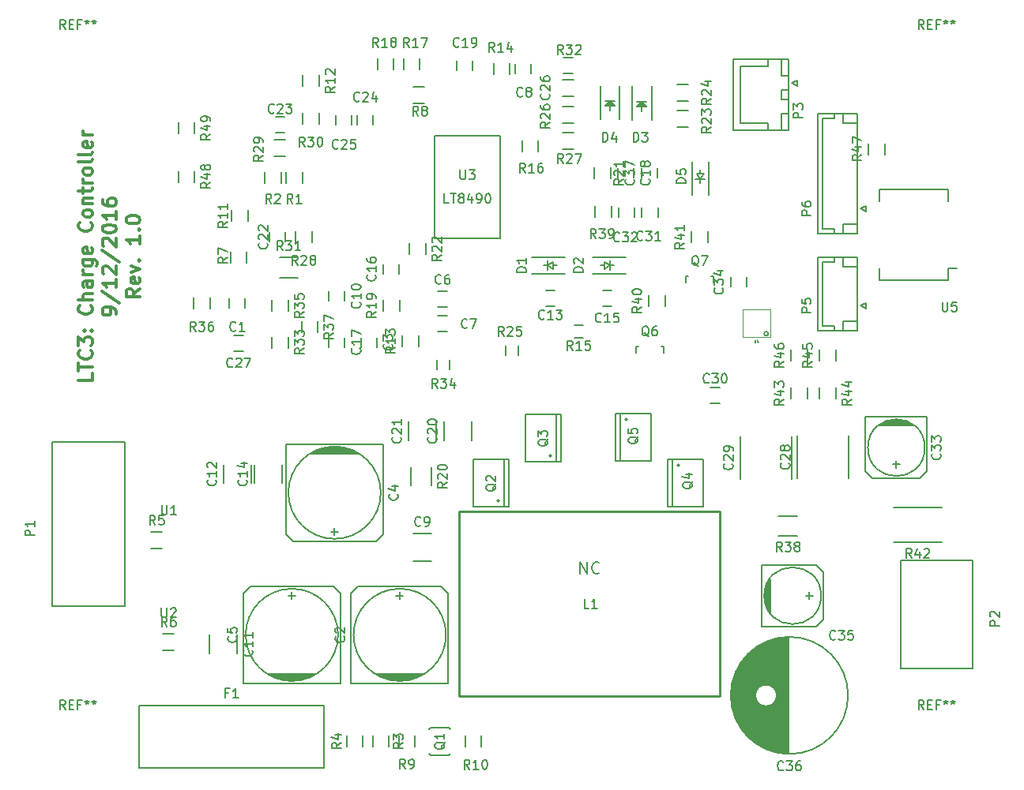
<source format=gbr>
G04 #@! TF.FileFunction,Legend,Top*
%FSLAX46Y46*%
G04 Gerber Fmt 4.6, Leading zero omitted, Abs format (unit mm)*
G04 Created by KiCad (PCBNEW (2016-05-27 BZR 6836, Git 4441a4b)-product) date 09/13/16 14:24:09*
%MOMM*%
%LPD*%
G01*
G04 APERTURE LIST*
%ADD10C,0.100000*%
%ADD11C,0.300000*%
%ADD12C,0.150000*%
%ADD13C,0.254000*%
%ADD14C,0.062500*%
%ADD15C,0.203200*%
G04 APERTURE END LIST*
D10*
D11*
X99034571Y-99736714D02*
X99034571Y-100451000D01*
X97534571Y-100451000D01*
X97534571Y-99451000D02*
X97534571Y-98593857D01*
X99034571Y-99022428D02*
X97534571Y-99022428D01*
X98891714Y-97236714D02*
X98963142Y-97308142D01*
X99034571Y-97522428D01*
X99034571Y-97665285D01*
X98963142Y-97879571D01*
X98820285Y-98022428D01*
X98677428Y-98093857D01*
X98391714Y-98165285D01*
X98177428Y-98165285D01*
X97891714Y-98093857D01*
X97748857Y-98022428D01*
X97606000Y-97879571D01*
X97534571Y-97665285D01*
X97534571Y-97522428D01*
X97606000Y-97308142D01*
X97677428Y-97236714D01*
X97534571Y-96736714D02*
X97534571Y-95808142D01*
X98106000Y-96308142D01*
X98106000Y-96093857D01*
X98177428Y-95951000D01*
X98248857Y-95879571D01*
X98391714Y-95808142D01*
X98748857Y-95808142D01*
X98891714Y-95879571D01*
X98963142Y-95951000D01*
X99034571Y-96093857D01*
X99034571Y-96522428D01*
X98963142Y-96665285D01*
X98891714Y-96736714D01*
X98891714Y-95165285D02*
X98963142Y-95093857D01*
X99034571Y-95165285D01*
X98963142Y-95236714D01*
X98891714Y-95165285D01*
X99034571Y-95165285D01*
X98106000Y-95165285D02*
X98177428Y-95093857D01*
X98248857Y-95165285D01*
X98177428Y-95236714D01*
X98106000Y-95165285D01*
X98248857Y-95165285D01*
X98891714Y-92451000D02*
X98963142Y-92522428D01*
X99034571Y-92736714D01*
X99034571Y-92879571D01*
X98963142Y-93093857D01*
X98820285Y-93236714D01*
X98677428Y-93308142D01*
X98391714Y-93379571D01*
X98177428Y-93379571D01*
X97891714Y-93308142D01*
X97748857Y-93236714D01*
X97606000Y-93093857D01*
X97534571Y-92879571D01*
X97534571Y-92736714D01*
X97606000Y-92522428D01*
X97677428Y-92451000D01*
X99034571Y-91808142D02*
X97534571Y-91808142D01*
X99034571Y-91165285D02*
X98248857Y-91165285D01*
X98106000Y-91236714D01*
X98034571Y-91379571D01*
X98034571Y-91593857D01*
X98106000Y-91736714D01*
X98177428Y-91808142D01*
X99034571Y-89808142D02*
X98248857Y-89808142D01*
X98106000Y-89879571D01*
X98034571Y-90022428D01*
X98034571Y-90308142D01*
X98106000Y-90451000D01*
X98963142Y-89808142D02*
X99034571Y-89951000D01*
X99034571Y-90308142D01*
X98963142Y-90451000D01*
X98820285Y-90522428D01*
X98677428Y-90522428D01*
X98534571Y-90451000D01*
X98463142Y-90308142D01*
X98463142Y-89951000D01*
X98391714Y-89808142D01*
X99034571Y-89093857D02*
X98034571Y-89093857D01*
X98320285Y-89093857D02*
X98177428Y-89022428D01*
X98106000Y-88951000D01*
X98034571Y-88808142D01*
X98034571Y-88665285D01*
X98034571Y-87522428D02*
X99248857Y-87522428D01*
X99391714Y-87593857D01*
X99463142Y-87665285D01*
X99534571Y-87808142D01*
X99534571Y-88022428D01*
X99463142Y-88165285D01*
X98963142Y-87522428D02*
X99034571Y-87665285D01*
X99034571Y-87951000D01*
X98963142Y-88093857D01*
X98891714Y-88165285D01*
X98748857Y-88236714D01*
X98320285Y-88236714D01*
X98177428Y-88165285D01*
X98106000Y-88093857D01*
X98034571Y-87951000D01*
X98034571Y-87665285D01*
X98106000Y-87522428D01*
X98963142Y-86236714D02*
X99034571Y-86379571D01*
X99034571Y-86665285D01*
X98963142Y-86808142D01*
X98820285Y-86879571D01*
X98248857Y-86879571D01*
X98106000Y-86808142D01*
X98034571Y-86665285D01*
X98034571Y-86379571D01*
X98106000Y-86236714D01*
X98248857Y-86165285D01*
X98391714Y-86165285D01*
X98534571Y-86879571D01*
X98891714Y-83522428D02*
X98963142Y-83593857D01*
X99034571Y-83808142D01*
X99034571Y-83951000D01*
X98963142Y-84165285D01*
X98820285Y-84308142D01*
X98677428Y-84379571D01*
X98391714Y-84451000D01*
X98177428Y-84451000D01*
X97891714Y-84379571D01*
X97748857Y-84308142D01*
X97606000Y-84165285D01*
X97534571Y-83951000D01*
X97534571Y-83808142D01*
X97606000Y-83593857D01*
X97677428Y-83522428D01*
X99034571Y-82665285D02*
X98963142Y-82808142D01*
X98891714Y-82879571D01*
X98748857Y-82951000D01*
X98320285Y-82951000D01*
X98177428Y-82879571D01*
X98106000Y-82808142D01*
X98034571Y-82665285D01*
X98034571Y-82451000D01*
X98106000Y-82308142D01*
X98177428Y-82236714D01*
X98320285Y-82165285D01*
X98748857Y-82165285D01*
X98891714Y-82236714D01*
X98963142Y-82308142D01*
X99034571Y-82451000D01*
X99034571Y-82665285D01*
X98034571Y-81522428D02*
X99034571Y-81522428D01*
X98177428Y-81522428D02*
X98106000Y-81451000D01*
X98034571Y-81308142D01*
X98034571Y-81093857D01*
X98106000Y-80951000D01*
X98248857Y-80879571D01*
X99034571Y-80879571D01*
X98034571Y-80379571D02*
X98034571Y-79808142D01*
X97534571Y-80165285D02*
X98820285Y-80165285D01*
X98963142Y-80093857D01*
X99034571Y-79951000D01*
X99034571Y-79808142D01*
X99034571Y-79308142D02*
X98034571Y-79308142D01*
X98320285Y-79308142D02*
X98177428Y-79236714D01*
X98106000Y-79165285D01*
X98034571Y-79022428D01*
X98034571Y-78879571D01*
X99034571Y-78165285D02*
X98963142Y-78308142D01*
X98891714Y-78379571D01*
X98748857Y-78451000D01*
X98320285Y-78451000D01*
X98177428Y-78379571D01*
X98106000Y-78308142D01*
X98034571Y-78165285D01*
X98034571Y-77951000D01*
X98106000Y-77808142D01*
X98177428Y-77736714D01*
X98320285Y-77665285D01*
X98748857Y-77665285D01*
X98891714Y-77736714D01*
X98963142Y-77808142D01*
X99034571Y-77951000D01*
X99034571Y-78165285D01*
X99034571Y-76808142D02*
X98963142Y-76951000D01*
X98820285Y-77022428D01*
X97534571Y-77022428D01*
X99034571Y-76022428D02*
X98963142Y-76165285D01*
X98820285Y-76236714D01*
X97534571Y-76236714D01*
X98963142Y-74879571D02*
X99034571Y-75022428D01*
X99034571Y-75308142D01*
X98963142Y-75451000D01*
X98820285Y-75522428D01*
X98248857Y-75522428D01*
X98106000Y-75451000D01*
X98034571Y-75308142D01*
X98034571Y-75022428D01*
X98106000Y-74879571D01*
X98248857Y-74808142D01*
X98391714Y-74808142D01*
X98534571Y-75522428D01*
X99034571Y-74165285D02*
X98034571Y-74165285D01*
X98320285Y-74165285D02*
X98177428Y-74093857D01*
X98106000Y-74022428D01*
X98034571Y-73879571D01*
X98034571Y-73736714D01*
X101584571Y-93343857D02*
X101584571Y-93058142D01*
X101513142Y-92915285D01*
X101441714Y-92843857D01*
X101227428Y-92701000D01*
X100941714Y-92629571D01*
X100370285Y-92629571D01*
X100227428Y-92701000D01*
X100156000Y-92772428D01*
X100084571Y-92915285D01*
X100084571Y-93201000D01*
X100156000Y-93343857D01*
X100227428Y-93415285D01*
X100370285Y-93486714D01*
X100727428Y-93486714D01*
X100870285Y-93415285D01*
X100941714Y-93343857D01*
X101013142Y-93201000D01*
X101013142Y-92915285D01*
X100941714Y-92772428D01*
X100870285Y-92701000D01*
X100727428Y-92629571D01*
X100013142Y-90915285D02*
X101941714Y-92201000D01*
X101584571Y-89629571D02*
X101584571Y-90486714D01*
X101584571Y-90058142D02*
X100084571Y-90058142D01*
X100298857Y-90201000D01*
X100441714Y-90343857D01*
X100513142Y-90486714D01*
X100227428Y-89058142D02*
X100156000Y-88986714D01*
X100084571Y-88843857D01*
X100084571Y-88486714D01*
X100156000Y-88343857D01*
X100227428Y-88272428D01*
X100370285Y-88201000D01*
X100513142Y-88201000D01*
X100727428Y-88272428D01*
X101584571Y-89129571D01*
X101584571Y-88201000D01*
X100013142Y-86486714D02*
X101941714Y-87772428D01*
X100227428Y-86058142D02*
X100156000Y-85986714D01*
X100084571Y-85843857D01*
X100084571Y-85486714D01*
X100156000Y-85343857D01*
X100227428Y-85272428D01*
X100370285Y-85201000D01*
X100513142Y-85201000D01*
X100727428Y-85272428D01*
X101584571Y-86129571D01*
X101584571Y-85201000D01*
X100084571Y-84272428D02*
X100084571Y-84129571D01*
X100156000Y-83986714D01*
X100227428Y-83915285D01*
X100370285Y-83843857D01*
X100656000Y-83772428D01*
X101013142Y-83772428D01*
X101298857Y-83843857D01*
X101441714Y-83915285D01*
X101513142Y-83986714D01*
X101584571Y-84129571D01*
X101584571Y-84272428D01*
X101513142Y-84415285D01*
X101441714Y-84486714D01*
X101298857Y-84558142D01*
X101013142Y-84629571D01*
X100656000Y-84629571D01*
X100370285Y-84558142D01*
X100227428Y-84486714D01*
X100156000Y-84415285D01*
X100084571Y-84272428D01*
X101584571Y-82343857D02*
X101584571Y-83201000D01*
X101584571Y-82772428D02*
X100084571Y-82772428D01*
X100298857Y-82915285D01*
X100441714Y-83058142D01*
X100513142Y-83201000D01*
X100084571Y-81058142D02*
X100084571Y-81343857D01*
X100156000Y-81486714D01*
X100227428Y-81558142D01*
X100441714Y-81701000D01*
X100727428Y-81772428D01*
X101298857Y-81772428D01*
X101441714Y-81701000D01*
X101513142Y-81629571D01*
X101584571Y-81486714D01*
X101584571Y-81201000D01*
X101513142Y-81058142D01*
X101441714Y-80986714D01*
X101298857Y-80915285D01*
X100941714Y-80915285D01*
X100798857Y-80986714D01*
X100727428Y-81058142D01*
X100656000Y-81201000D01*
X100656000Y-81486714D01*
X100727428Y-81629571D01*
X100798857Y-81701000D01*
X100941714Y-81772428D01*
X104134571Y-90665285D02*
X103420285Y-91165285D01*
X104134571Y-91522428D02*
X102634571Y-91522428D01*
X102634571Y-90951000D01*
X102706000Y-90808142D01*
X102777428Y-90736714D01*
X102920285Y-90665285D01*
X103134571Y-90665285D01*
X103277428Y-90736714D01*
X103348857Y-90808142D01*
X103420285Y-90951000D01*
X103420285Y-91522428D01*
X104063142Y-89451000D02*
X104134571Y-89593857D01*
X104134571Y-89879571D01*
X104063142Y-90022428D01*
X103920285Y-90093857D01*
X103348857Y-90093857D01*
X103206000Y-90022428D01*
X103134571Y-89879571D01*
X103134571Y-89593857D01*
X103206000Y-89451000D01*
X103348857Y-89379571D01*
X103491714Y-89379571D01*
X103634571Y-90093857D01*
X103134571Y-88879571D02*
X104134571Y-88522428D01*
X103134571Y-88165285D01*
X103991714Y-87593857D02*
X104063142Y-87522428D01*
X104134571Y-87593857D01*
X104063142Y-87665285D01*
X103991714Y-87593857D01*
X104134571Y-87593857D01*
X104134571Y-84951000D02*
X104134571Y-85808142D01*
X104134571Y-85379571D02*
X102634571Y-85379571D01*
X102848857Y-85522428D01*
X102991714Y-85665285D01*
X103063142Y-85808142D01*
X103991714Y-84308142D02*
X104063142Y-84236714D01*
X104134571Y-84308142D01*
X104063142Y-84379571D01*
X103991714Y-84308142D01*
X104134571Y-84308142D01*
X102634571Y-83308142D02*
X102634571Y-83165285D01*
X102706000Y-83022428D01*
X102777428Y-82951000D01*
X102920285Y-82879571D01*
X103206000Y-82808142D01*
X103563142Y-82808142D01*
X103848857Y-82879571D01*
X103991714Y-82951000D01*
X104063142Y-83022428D01*
X104134571Y-83165285D01*
X104134571Y-83308142D01*
X104063142Y-83451000D01*
X103991714Y-83522428D01*
X103848857Y-83593857D01*
X103563142Y-83665285D01*
X103206000Y-83665285D01*
X102920285Y-83593857D01*
X102777428Y-83522428D01*
X102706000Y-83451000D01*
X102634571Y-83308142D01*
D12*
X176762000Y-84742000D02*
X180962000Y-84742000D01*
X180962000Y-84742000D02*
X180962000Y-71842000D01*
X180962000Y-71842000D02*
X176762000Y-71842000D01*
X176762000Y-71842000D02*
X176762000Y-84742000D01*
X178562000Y-84742000D02*
X178562000Y-84242000D01*
X178562000Y-84242000D02*
X177262000Y-84242000D01*
X177262000Y-84242000D02*
X177262000Y-72342000D01*
X177262000Y-72342000D02*
X178562000Y-72342000D01*
X178562000Y-72342000D02*
X178562000Y-71842000D01*
X179462000Y-84742000D02*
X179462000Y-83742000D01*
X179462000Y-83742000D02*
X180962000Y-83742000D01*
X179462000Y-71842000D02*
X179462000Y-72842000D01*
X179462000Y-72842000D02*
X180962000Y-72842000D01*
X181312000Y-82042000D02*
X181912000Y-82342000D01*
X181912000Y-82342000D02*
X181912000Y-81742000D01*
X181912000Y-81742000D02*
X181312000Y-82042000D01*
X123862000Y-142078000D02*
X104050000Y-142078000D01*
X123862000Y-135347000D02*
X123862000Y-142078000D01*
X104050000Y-135347000D02*
X123862000Y-135347000D01*
X104050000Y-142078000D02*
X104050000Y-135347000D01*
X173631000Y-140526000D02*
X173631000Y-128026000D01*
X173491000Y-140522000D02*
X173491000Y-128030000D01*
X173351000Y-140516000D02*
X173351000Y-128036000D01*
X173211000Y-140506000D02*
X173211000Y-128046000D01*
X173071000Y-140494000D02*
X173071000Y-128058000D01*
X172931000Y-140478000D02*
X172931000Y-128074000D01*
X172791000Y-140459000D02*
X172791000Y-128093000D01*
X172651000Y-140436000D02*
X172651000Y-128116000D01*
X172511000Y-140411000D02*
X172511000Y-128141000D01*
X172371000Y-140382000D02*
X172371000Y-128170000D01*
X172231000Y-140349000D02*
X172231000Y-134797000D01*
X172231000Y-133755000D02*
X172231000Y-128203000D01*
X172091000Y-140314000D02*
X172091000Y-135010000D01*
X172091000Y-133542000D02*
X172091000Y-128238000D01*
X171951000Y-140275000D02*
X171951000Y-135152000D01*
X171951000Y-133400000D02*
X171951000Y-128277000D01*
X171811000Y-140232000D02*
X171811000Y-135254000D01*
X171811000Y-133298000D02*
X171811000Y-128320000D01*
X171671000Y-140185000D02*
X171671000Y-135328000D01*
X171671000Y-133224000D02*
X171671000Y-128367000D01*
X171531000Y-140135000D02*
X171531000Y-135379000D01*
X171531000Y-133173000D02*
X171531000Y-128417000D01*
X171391000Y-140081000D02*
X171391000Y-135411000D01*
X171391000Y-133141000D02*
X171391000Y-128471000D01*
X171251000Y-140024000D02*
X171251000Y-135425000D01*
X171251000Y-133127000D02*
X171251000Y-128528000D01*
X171111000Y-139962000D02*
X171111000Y-135422000D01*
X171111000Y-133130000D02*
X171111000Y-128590000D01*
X170971000Y-139896000D02*
X170971000Y-135402000D01*
X170971000Y-133150000D02*
X170971000Y-128656000D01*
X170831000Y-139825000D02*
X170831000Y-135363000D01*
X170831000Y-133189000D02*
X170831000Y-128727000D01*
X170691000Y-139751000D02*
X170691000Y-135304000D01*
X170691000Y-133248000D02*
X170691000Y-128801000D01*
X170551000Y-139671000D02*
X170551000Y-135221000D01*
X170551000Y-133331000D02*
X170551000Y-128881000D01*
X170411000Y-139587000D02*
X170411000Y-135107000D01*
X170411000Y-133445000D02*
X170411000Y-128965000D01*
X170271000Y-139497000D02*
X170271000Y-134946000D01*
X170271000Y-133606000D02*
X170271000Y-129055000D01*
X170131000Y-139403000D02*
X170131000Y-134685000D01*
X170131000Y-133867000D02*
X170131000Y-129149000D01*
X169991000Y-139302000D02*
X169991000Y-129250000D01*
X169851000Y-139195000D02*
X169851000Y-129357000D01*
X169711000Y-139083000D02*
X169711000Y-129469000D01*
X169571000Y-138963000D02*
X169571000Y-129589000D01*
X169431000Y-138835000D02*
X169431000Y-129717000D01*
X169291000Y-138700000D02*
X169291000Y-129852000D01*
X169151000Y-138556000D02*
X169151000Y-129996000D01*
X169011000Y-138401000D02*
X169011000Y-130151000D01*
X168871000Y-138236000D02*
X168871000Y-130316000D01*
X168731000Y-138059000D02*
X168731000Y-130493000D01*
X168591000Y-137868000D02*
X168591000Y-130684000D01*
X168451000Y-137659000D02*
X168451000Y-130893000D01*
X168311000Y-137431000D02*
X168311000Y-131121000D01*
X168171000Y-137179000D02*
X168171000Y-131373000D01*
X168031000Y-136895000D02*
X168031000Y-131657000D01*
X167891000Y-136567000D02*
X167891000Y-131985000D01*
X167751000Y-136173000D02*
X167751000Y-132379000D01*
X167611000Y-135659000D02*
X167611000Y-132893000D01*
X167471000Y-134709000D02*
X167471000Y-133843000D01*
X172356000Y-134276000D02*
G75*
G03X172356000Y-134276000I-1150000J0D01*
G01*
X179993500Y-134276000D02*
G75*
G03X179993500Y-134276000I-6287500J0D01*
G01*
X115404000Y-92702000D02*
X115404000Y-91702000D01*
X113704000Y-91702000D02*
X113704000Y-92702000D01*
X129501000Y-96893000D02*
X129501000Y-95893000D01*
X127801000Y-95893000D02*
X127801000Y-96893000D01*
X137050400Y-90945600D02*
X136050400Y-90945600D01*
X136050400Y-92645600D02*
X137050400Y-92645600D01*
X137025000Y-93511000D02*
X136025000Y-93511000D01*
X136025000Y-95211000D02*
X137025000Y-95211000D01*
X144311000Y-66556000D02*
X144311000Y-67556000D01*
X146011000Y-67556000D02*
X146011000Y-66556000D01*
X126072000Y-91940000D02*
X126072000Y-90940000D01*
X124372000Y-90940000D02*
X124372000Y-91940000D01*
X147582000Y-92544000D02*
X148582000Y-92544000D01*
X148582000Y-90844000D02*
X147582000Y-90844000D01*
X153678000Y-92544000D02*
X154678000Y-92544000D01*
X154678000Y-90844000D02*
X153678000Y-90844000D01*
X130214000Y-88019000D02*
X130214000Y-89019000D01*
X131914000Y-89019000D02*
X131914000Y-88019000D01*
X126072000Y-96893000D02*
X126072000Y-95893000D01*
X124372000Y-95893000D02*
X124372000Y-96893000D01*
X157060000Y-78732000D02*
X157060000Y-77732000D01*
X155360000Y-77732000D02*
X155360000Y-78732000D01*
X138088000Y-66175000D02*
X138088000Y-67175000D01*
X139788000Y-67175000D02*
X139788000Y-66175000D01*
X119722000Y-85590000D02*
X119722000Y-84590000D01*
X118022000Y-84590000D02*
X118022000Y-85590000D01*
X118626000Y-73875000D02*
X119626000Y-73875000D01*
X119626000Y-72175000D02*
X118626000Y-72175000D01*
X127420000Y-72017000D02*
X127420000Y-73017000D01*
X129120000Y-73017000D02*
X129120000Y-72017000D01*
X125134000Y-72017000D02*
X125134000Y-73017000D01*
X126834000Y-73017000D02*
X126834000Y-72017000D01*
X149487000Y-67525000D02*
X150487000Y-67525000D01*
X150487000Y-65825000D02*
X149487000Y-65825000D01*
X114181000Y-97370000D02*
X115181000Y-97370000D01*
X115181000Y-95670000D02*
X114181000Y-95670000D01*
X166256000Y-101226000D02*
X165256000Y-101226000D01*
X165256000Y-102926000D02*
X166256000Y-102926000D01*
X159606000Y-82976000D02*
X159606000Y-81976000D01*
X157906000Y-81976000D02*
X157906000Y-82976000D01*
X155406000Y-81976000D02*
X155406000Y-82976000D01*
X157106000Y-82976000D02*
X157106000Y-81976000D01*
X167425000Y-89416000D02*
X167425000Y-90416000D01*
X169125000Y-90416000D02*
X169125000Y-89416000D01*
X148399500Y-88138000D02*
X148780500Y-88138000D01*
X147383500Y-88138000D02*
X147764500Y-88138000D01*
X147764500Y-88138000D02*
X148399500Y-87757000D01*
X148399500Y-87757000D02*
X148399500Y-88519000D01*
X148399500Y-88519000D02*
X147764500Y-88138000D01*
X147764500Y-87630000D02*
X147764500Y-88646000D01*
X146082000Y-89038000D02*
X149622000Y-89038000D01*
X146082000Y-87238000D02*
X149622000Y-87238000D01*
X153860500Y-88138000D02*
X153479500Y-88138000D01*
X154876500Y-88138000D02*
X154495500Y-88138000D01*
X154495500Y-88138000D02*
X153860500Y-88519000D01*
X153860500Y-88519000D02*
X153860500Y-87757000D01*
X153860500Y-87757000D02*
X154495500Y-88138000D01*
X154495500Y-88646000D02*
X154495500Y-87630000D01*
X156178000Y-87238000D02*
X152638000Y-87238000D01*
X156178000Y-89038000D02*
X152638000Y-89038000D01*
X137170000Y-140692000D02*
X135270000Y-140692000D01*
X135270000Y-140692000D02*
X135070000Y-140492000D01*
X137370000Y-140492000D02*
X137170000Y-140692000D01*
X137370000Y-137892000D02*
X137170000Y-137692000D01*
X137170000Y-137692000D02*
X135270000Y-137692000D01*
X135270000Y-137692000D02*
X135070000Y-137892000D01*
X142621000Y-113411000D02*
G75*
G03X142621000Y-113411000I-127000J0D01*
G01*
X143129000Y-114046000D02*
X143129000Y-108966000D01*
X139827000Y-114046000D02*
X139827000Y-108966000D01*
X143637000Y-114046000D02*
X143637000Y-108966000D01*
X143637000Y-114046000D02*
X139827000Y-114046000D01*
X143637000Y-108966000D02*
X139827000Y-108966000D01*
X148209000Y-108585000D02*
G75*
G03X148209000Y-108585000I-127000J0D01*
G01*
X148717000Y-109220000D02*
X148717000Y-104140000D01*
X145415000Y-109220000D02*
X145415000Y-104140000D01*
X149225000Y-109220000D02*
X149225000Y-104140000D01*
X149225000Y-109220000D02*
X145415000Y-109220000D01*
X149225000Y-104140000D02*
X145415000Y-104140000D01*
X161925000Y-109601000D02*
G75*
G03X161925000Y-109601000I-127000J0D01*
G01*
X161163000Y-108966000D02*
X161163000Y-114046000D01*
X164465000Y-108966000D02*
X164465000Y-114046000D01*
X160655000Y-108966000D02*
X160655000Y-114046000D01*
X160655000Y-108966000D02*
X164465000Y-108966000D01*
X160655000Y-114046000D02*
X164465000Y-114046000D01*
X156337000Y-104648000D02*
G75*
G03X156337000Y-104648000I-127000J0D01*
G01*
X155575000Y-104013000D02*
X155575000Y-109093000D01*
X158877000Y-104013000D02*
X158877000Y-109093000D01*
X155067000Y-104013000D02*
X155067000Y-109093000D01*
X155067000Y-104013000D02*
X158877000Y-104013000D01*
X155067000Y-109093000D02*
X158877000Y-109093000D01*
X165383160Y-89265760D02*
X165334900Y-89265760D01*
X162584180Y-89966800D02*
X162584180Y-89265760D01*
X162584180Y-89265760D02*
X162833100Y-89265760D01*
X165383160Y-89265760D02*
X165583820Y-89265760D01*
X165583820Y-89265760D02*
X165583820Y-89966800D01*
X121525000Y-78140000D02*
X121525000Y-79340000D01*
X119775000Y-79340000D02*
X119775000Y-78140000D01*
X117489000Y-79340000D02*
X117489000Y-78140000D01*
X119239000Y-78140000D02*
X119239000Y-79340000D01*
X129045000Y-139792000D02*
X129045000Y-138592000D01*
X130795000Y-138592000D02*
X130795000Y-139792000D01*
X126251000Y-139792000D02*
X126251000Y-138592000D01*
X128001000Y-138592000D02*
X128001000Y-139792000D01*
X113806000Y-87849000D02*
X113806000Y-86649000D01*
X115556000Y-86649000D02*
X115556000Y-87849000D01*
X134585000Y-70725000D02*
X133385000Y-70725000D01*
X133385000Y-68975000D02*
X134585000Y-68975000D01*
X131839000Y-139792000D02*
X131839000Y-138592000D01*
X133589000Y-138592000D02*
X133589000Y-139792000D01*
X138951000Y-139792000D02*
X138951000Y-138592000D01*
X140701000Y-138592000D02*
X140701000Y-139792000D01*
X113933000Y-83404000D02*
X113933000Y-82204000D01*
X115683000Y-82204000D02*
X115683000Y-83404000D01*
X121553000Y-68926000D02*
X121553000Y-67726000D01*
X123303000Y-67726000D02*
X123303000Y-68926000D01*
X133971000Y-95666000D02*
X133971000Y-96866000D01*
X132221000Y-96866000D02*
X132221000Y-95666000D01*
X143750000Y-66456000D02*
X143750000Y-67656000D01*
X142000000Y-67656000D02*
X142000000Y-66456000D01*
X146798000Y-74711000D02*
X146798000Y-75911000D01*
X145048000Y-75911000D02*
X145048000Y-74711000D01*
X132348000Y-67148000D02*
X132348000Y-65948000D01*
X134098000Y-65948000D02*
X134098000Y-67148000D01*
X131304000Y-65948000D02*
X131304000Y-67148000D01*
X129554000Y-67148000D02*
X129554000Y-65948000D01*
X131939000Y-91856000D02*
X131939000Y-93056000D01*
X130189000Y-93056000D02*
X130189000Y-91856000D01*
X152795000Y-78832000D02*
X152795000Y-77632000D01*
X154545000Y-77632000D02*
X154545000Y-78832000D01*
X132983000Y-86960000D02*
X132983000Y-85760000D01*
X134733000Y-85760000D02*
X134733000Y-86960000D01*
X161706000Y-71515000D02*
X162906000Y-71515000D01*
X162906000Y-73265000D02*
X161706000Y-73265000D01*
X161706000Y-68721000D02*
X162906000Y-68721000D01*
X162906000Y-70471000D02*
X161706000Y-70471000D01*
X150587000Y-72884000D02*
X149387000Y-72884000D01*
X149387000Y-71134000D02*
X150587000Y-71134000D01*
X150587000Y-75678000D02*
X149387000Y-75678000D01*
X149387000Y-73928000D02*
X150587000Y-73928000D01*
X120791000Y-85690000D02*
X120791000Y-84490000D01*
X122541000Y-84490000D02*
X122541000Y-85690000D01*
X118526000Y-74690000D02*
X119726000Y-74690000D01*
X119726000Y-76440000D02*
X118526000Y-76440000D01*
X123303000Y-71790000D02*
X123303000Y-72990000D01*
X121553000Y-72990000D02*
X121553000Y-71790000D01*
X150587000Y-69963000D02*
X149387000Y-69963000D01*
X149387000Y-68213000D02*
X150587000Y-68213000D01*
X118251000Y-96993000D02*
X118251000Y-95793000D01*
X120001000Y-95793000D02*
X120001000Y-96993000D01*
X118251000Y-93056000D02*
X118251000Y-91856000D01*
X120001000Y-91856000D02*
X120001000Y-93056000D01*
X111619000Y-91602000D02*
X111619000Y-92802000D01*
X109869000Y-92802000D02*
X109869000Y-91602000D01*
X121426000Y-95342000D02*
X121426000Y-94142000D01*
X123176000Y-94142000D02*
X123176000Y-95342000D01*
X152881000Y-82976000D02*
X152881000Y-81776000D01*
X154631000Y-81776000D02*
X154631000Y-82976000D01*
X160387000Y-91348000D02*
X160387000Y-92548000D01*
X158637000Y-92548000D02*
X158637000Y-91348000D01*
X164959000Y-84490000D02*
X164959000Y-85690000D01*
X163209000Y-85690000D02*
X163209000Y-84490000D01*
X139192000Y-74221360D02*
X135691880Y-74221360D01*
X135691880Y-74221360D02*
X135691880Y-85275440D01*
X135691880Y-85275440D02*
X142692120Y-85275440D01*
X142692120Y-85275440D02*
X142692120Y-74221360D01*
X142692120Y-74221360D02*
X139192000Y-74221360D01*
X171458254Y-95471000D02*
G75*
G03X171458254Y-95471000I-228254J0D01*
G01*
D10*
X168677500Y-95863500D02*
X168677500Y-92863500D01*
X168677500Y-92863500D02*
X171677500Y-92863500D01*
X171677500Y-92863500D02*
X171677500Y-95863500D01*
X171677500Y-95863500D02*
X168677500Y-95863500D01*
D13*
X138303000Y-134366000D02*
X138303000Y-114554000D01*
X166243000Y-134366000D02*
X138303000Y-134366000D01*
X166243000Y-114554000D02*
X166243000Y-134366000D01*
X138303000Y-114554000D02*
X166243000Y-114554000D01*
D12*
X156836400Y-68919200D02*
X156836400Y-72519200D01*
X158936400Y-68919200D02*
X158936400Y-72519200D01*
X158186400Y-70969200D02*
X157586400Y-70969200D01*
X157586400Y-70969200D02*
X157886400Y-70669200D01*
X157886400Y-70669200D02*
X158086400Y-70869200D01*
X158086400Y-70869200D02*
X157836400Y-70869200D01*
X157836400Y-70869200D02*
X157886400Y-70819200D01*
X158386400Y-70569200D02*
X157386400Y-70569200D01*
X157886400Y-71069200D02*
X157886400Y-71569200D01*
X157886400Y-70569200D02*
X158386400Y-71069200D01*
X158386400Y-71069200D02*
X157386400Y-71069200D01*
X157386400Y-71069200D02*
X157886400Y-70569200D01*
X153432800Y-68868400D02*
X153432800Y-72468400D01*
X155532800Y-68868400D02*
X155532800Y-72468400D01*
X154782800Y-70918400D02*
X154182800Y-70918400D01*
X154182800Y-70918400D02*
X154482800Y-70618400D01*
X154482800Y-70618400D02*
X154682800Y-70818400D01*
X154682800Y-70818400D02*
X154432800Y-70818400D01*
X154432800Y-70818400D02*
X154482800Y-70768400D01*
X154982800Y-70518400D02*
X153982800Y-70518400D01*
X154482800Y-71018400D02*
X154482800Y-71518400D01*
X154482800Y-70518400D02*
X154982800Y-71018400D01*
X154982800Y-71018400D02*
X153982800Y-71018400D01*
X153982800Y-71018400D02*
X154482800Y-70518400D01*
X151630000Y-95925000D02*
X150630000Y-95925000D01*
X150630000Y-94575000D02*
X151630000Y-94575000D01*
X144693000Y-96782000D02*
X144693000Y-97782000D01*
X143343000Y-97782000D02*
X143343000Y-96782000D01*
X137327000Y-98306000D02*
X137327000Y-99306000D01*
X135977000Y-99306000D02*
X135977000Y-98306000D01*
X157900000Y-77732000D02*
X157900000Y-78732000D01*
X159600000Y-78732000D02*
X159600000Y-77732000D01*
X175627000Y-101254000D02*
X175627000Y-102454000D01*
X173877000Y-102454000D02*
X173877000Y-101254000D01*
X176925000Y-102454000D02*
X176925000Y-101254000D01*
X178675000Y-101254000D02*
X178675000Y-102454000D01*
X178675000Y-97190000D02*
X178675000Y-98390000D01*
X176925000Y-98390000D02*
X176925000Y-97190000D01*
X175627000Y-97190000D02*
X175627000Y-98390000D01*
X173877000Y-98390000D02*
X173877000Y-97190000D01*
X132972000Y-132602500D02*
X130940000Y-132602500D01*
X130559000Y-132475500D02*
X133480000Y-132475500D01*
X133734000Y-132348500D02*
X130178000Y-132348500D01*
X129797000Y-132221500D02*
X134115000Y-132221500D01*
X134369000Y-132094500D02*
X129543000Y-132094500D01*
X129416000Y-131967500D02*
X134496000Y-131967500D01*
X126749000Y-132983500D02*
X137163000Y-132983500D01*
X137163000Y-132983500D02*
X137163000Y-123331500D01*
X137163000Y-123331500D02*
X136401000Y-122569500D01*
X136401000Y-122569500D02*
X127511000Y-122569500D01*
X127511000Y-122569500D02*
X126749000Y-123331500D01*
X126749000Y-123331500D02*
X126749000Y-132983500D01*
X131956000Y-123204500D02*
X131956000Y-123966500D01*
X131575000Y-123585500D02*
X132337000Y-123585500D01*
X136909000Y-127776500D02*
G75*
G03X136909000Y-127776500I-4953000J0D01*
G01*
X123952000Y-107696000D02*
X125984000Y-107696000D01*
X126365000Y-107823000D02*
X123444000Y-107823000D01*
X123190000Y-107950000D02*
X126746000Y-107950000D01*
X127127000Y-108077000D02*
X122809000Y-108077000D01*
X122555000Y-108204000D02*
X127381000Y-108204000D01*
X127508000Y-108331000D02*
X122428000Y-108331000D01*
X130175000Y-107315000D02*
X119761000Y-107315000D01*
X119761000Y-107315000D02*
X119761000Y-116967000D01*
X119761000Y-116967000D02*
X120523000Y-117729000D01*
X120523000Y-117729000D02*
X129413000Y-117729000D01*
X129413000Y-117729000D02*
X130175000Y-116967000D01*
X130175000Y-116967000D02*
X130175000Y-107315000D01*
X124968000Y-117094000D02*
X124968000Y-116332000D01*
X125349000Y-116713000D02*
X124587000Y-116713000D01*
X129921000Y-112522000D02*
G75*
G03X129921000Y-112522000I-4953000J0D01*
G01*
X121412000Y-132602500D02*
X119380000Y-132602500D01*
X118999000Y-132475500D02*
X121920000Y-132475500D01*
X122174000Y-132348500D02*
X118618000Y-132348500D01*
X118237000Y-132221500D02*
X122555000Y-132221500D01*
X122809000Y-132094500D02*
X117983000Y-132094500D01*
X117856000Y-131967500D02*
X122936000Y-131967500D01*
X115189000Y-132983500D02*
X125603000Y-132983500D01*
X125603000Y-132983500D02*
X125603000Y-123331500D01*
X125603000Y-123331500D02*
X124841000Y-122569500D01*
X124841000Y-122569500D02*
X115951000Y-122569500D01*
X115951000Y-122569500D02*
X115189000Y-123331500D01*
X115189000Y-123331500D02*
X115189000Y-132983500D01*
X120396000Y-123204500D02*
X120396000Y-123966500D01*
X120015000Y-123585500D02*
X120777000Y-123585500D01*
X125349000Y-127776500D02*
G75*
G03X125349000Y-127776500I-4953000J0D01*
G01*
X135366000Y-116889000D02*
X133366000Y-116889000D01*
X133366000Y-119839000D02*
X135366000Y-119839000D01*
X114505000Y-129778000D02*
X114505000Y-127778000D01*
X111555000Y-127778000D02*
X111555000Y-129778000D01*
X113079000Y-109514000D02*
X113079000Y-111514000D01*
X116029000Y-111514000D02*
X116029000Y-109514000D01*
X116381000Y-109514000D02*
X116381000Y-111514000D01*
X119331000Y-111514000D02*
X119331000Y-109514000D01*
X136701000Y-104918000D02*
X136701000Y-106918000D01*
X139651000Y-106918000D02*
X139651000Y-104918000D01*
X132891000Y-104918000D02*
X132891000Y-106918000D01*
X135841000Y-106918000D02*
X135841000Y-104918000D01*
X174567000Y-106412000D02*
X174567000Y-111012000D01*
X180017000Y-111012000D02*
X180017000Y-106412000D01*
X168471000Y-106476000D02*
X168471000Y-111076000D01*
X173921000Y-111076000D02*
X173921000Y-106476000D01*
X185928000Y-104775000D02*
X184404000Y-104775000D01*
X184023000Y-104902000D02*
X186309000Y-104902000D01*
X186563000Y-105029000D02*
X183769000Y-105029000D01*
X183515000Y-105156000D02*
X186817000Y-105156000D01*
X186944000Y-105283000D02*
X183388000Y-105283000D01*
X188468000Y-104394000D02*
X181864000Y-104394000D01*
X181864000Y-104394000D02*
X181864000Y-110236000D01*
X181864000Y-110236000D02*
X182626000Y-110998000D01*
X182626000Y-110998000D02*
X187706000Y-110998000D01*
X187706000Y-110998000D02*
X188468000Y-110236000D01*
X188468000Y-110236000D02*
X188468000Y-104394000D01*
X185166000Y-109855000D02*
X185166000Y-109093000D01*
X185547000Y-109474000D02*
X184785000Y-109474000D01*
X188214000Y-107696000D02*
G75*
G03X188214000Y-107696000I-3048000J0D01*
G01*
X171135000Y-122814000D02*
X171135000Y-124338000D01*
X171262000Y-124719000D02*
X171262000Y-122433000D01*
X171389000Y-122179000D02*
X171389000Y-124973000D01*
X171516000Y-125227000D02*
X171516000Y-121925000D01*
X171643000Y-121798000D02*
X171643000Y-125354000D01*
X170754000Y-120274000D02*
X170754000Y-126878000D01*
X170754000Y-126878000D02*
X176596000Y-126878000D01*
X176596000Y-126878000D02*
X177358000Y-126116000D01*
X177358000Y-126116000D02*
X177358000Y-121036000D01*
X177358000Y-121036000D02*
X176596000Y-120274000D01*
X176596000Y-120274000D02*
X170754000Y-120274000D01*
X176215000Y-123576000D02*
X175453000Y-123576000D01*
X175834000Y-123195000D02*
X175834000Y-123957000D01*
X177104000Y-123576000D02*
G75*
G03X177104000Y-123576000I-3048000J0D01*
G01*
X164156000Y-78258500D02*
X164156000Y-77877500D01*
X164156000Y-79274500D02*
X164156000Y-78893500D01*
X164156000Y-78893500D02*
X163775000Y-78258500D01*
X163775000Y-78258500D02*
X164537000Y-78258500D01*
X164537000Y-78258500D02*
X164156000Y-78893500D01*
X163648000Y-78893500D02*
X164664000Y-78893500D01*
X165056000Y-80576000D02*
X165056000Y-77036000D01*
X163256000Y-80576000D02*
X163256000Y-77036000D01*
X173646000Y-66030000D02*
X167696000Y-66030000D01*
X167696000Y-66030000D02*
X167696000Y-73630000D01*
X167696000Y-73630000D02*
X173646000Y-73630000D01*
X173646000Y-73630000D02*
X173646000Y-66030000D01*
X173646000Y-69330000D02*
X172896000Y-69330000D01*
X172896000Y-69330000D02*
X172896000Y-70330000D01*
X172896000Y-70330000D02*
X173646000Y-70330000D01*
X173646000Y-70330000D02*
X173646000Y-69330000D01*
X173646000Y-66030000D02*
X172896000Y-66030000D01*
X172896000Y-66030000D02*
X172896000Y-67830000D01*
X172896000Y-67830000D02*
X173646000Y-67830000D01*
X173646000Y-67830000D02*
X173646000Y-66030000D01*
X173646000Y-71830000D02*
X172896000Y-71830000D01*
X172896000Y-71830000D02*
X172896000Y-73630000D01*
X172896000Y-73630000D02*
X173646000Y-73630000D01*
X173646000Y-73630000D02*
X173646000Y-71830000D01*
X171396000Y-66030000D02*
X171396000Y-66780000D01*
X171396000Y-66780000D02*
X168446000Y-66780000D01*
X168446000Y-66780000D02*
X168446000Y-69830000D01*
X171396000Y-73630000D02*
X171396000Y-72880000D01*
X171396000Y-72880000D02*
X168446000Y-72880000D01*
X168446000Y-72880000D02*
X168446000Y-69830000D01*
X173946000Y-68580000D02*
X174546000Y-68280000D01*
X174546000Y-68280000D02*
X174546000Y-68880000D01*
X174546000Y-68880000D02*
X173946000Y-68580000D01*
X176762000Y-95156000D02*
X180962000Y-95156000D01*
X180962000Y-95156000D02*
X180962000Y-87256000D01*
X180962000Y-87256000D02*
X176762000Y-87256000D01*
X176762000Y-87256000D02*
X176762000Y-95156000D01*
X178562000Y-95156000D02*
X178562000Y-94656000D01*
X178562000Y-94656000D02*
X177262000Y-94656000D01*
X177262000Y-94656000D02*
X177262000Y-87756000D01*
X177262000Y-87756000D02*
X178562000Y-87756000D01*
X178562000Y-87756000D02*
X178562000Y-87256000D01*
X179462000Y-95156000D02*
X179462000Y-94156000D01*
X179462000Y-94156000D02*
X180962000Y-94156000D01*
X179462000Y-87256000D02*
X179462000Y-88256000D01*
X179462000Y-88256000D02*
X180962000Y-88256000D01*
X181312000Y-92456000D02*
X181912000Y-92756000D01*
X181912000Y-92756000D02*
X181912000Y-92156000D01*
X181912000Y-92156000D02*
X181312000Y-92456000D01*
X160055160Y-96825760D02*
X160006900Y-96825760D01*
X157256180Y-97526800D02*
X157256180Y-96825760D01*
X157256180Y-96825760D02*
X157505100Y-96825760D01*
X160055160Y-96825760D02*
X160255820Y-96825760D01*
X160255820Y-96825760D02*
X160255820Y-97526800D01*
X184856000Y-114151000D02*
X190056000Y-114151000D01*
X190056000Y-117801000D02*
X184856000Y-117801000D01*
X106518000Y-118477000D02*
X105318000Y-118477000D01*
X105318000Y-116727000D02*
X106518000Y-116727000D01*
X107788000Y-129399000D02*
X106588000Y-129399000D01*
X106588000Y-127649000D02*
X107788000Y-127649000D01*
X133181000Y-111776000D02*
X133181000Y-109776000D01*
X135331000Y-109776000D02*
X135331000Y-111776000D01*
X121056000Y-89451000D02*
X119056000Y-89451000D01*
X119056000Y-87301000D02*
X121056000Y-87301000D01*
X172556000Y-115001000D02*
X174556000Y-115001000D01*
X174556000Y-117151000D02*
X172556000Y-117151000D01*
X94706000Y-124676000D02*
X102456000Y-124676000D01*
X94706000Y-107076000D02*
X102456000Y-107076000D01*
X94706000Y-124676000D02*
X94706000Y-107076000D01*
X102456000Y-124676000D02*
X102456000Y-107076000D01*
X183956000Y-75051000D02*
X183956000Y-76251000D01*
X182206000Y-76251000D02*
X182206000Y-75051000D01*
X108231000Y-79201000D02*
X108231000Y-78001000D01*
X109981000Y-78001000D02*
X109981000Y-79201000D01*
X108231000Y-74001000D02*
X108231000Y-72801000D01*
X109981000Y-72801000D02*
X109981000Y-74001000D01*
X190721000Y-89701000D02*
X190721000Y-88431000D01*
X183371000Y-89701000D02*
X183371000Y-88431000D01*
X183371000Y-80031000D02*
X183371000Y-81301000D01*
X190721000Y-80031000D02*
X190721000Y-81301000D01*
X190721000Y-89701000D02*
X183371000Y-89701000D01*
X190721000Y-80031000D02*
X183371000Y-80031000D01*
X190721000Y-88431000D02*
X191656000Y-88431000D01*
X193381000Y-119751000D02*
X185631000Y-119751000D01*
X193381000Y-131351000D02*
X185631000Y-131351000D01*
X193381000Y-119751000D02*
X193381000Y-131351000D01*
X185631000Y-119751000D02*
X185631000Y-131351000D01*
X176014380Y-82780095D02*
X175014380Y-82780095D01*
X175014380Y-82399142D01*
X175062000Y-82303904D01*
X175109619Y-82256285D01*
X175204857Y-82208666D01*
X175347714Y-82208666D01*
X175442952Y-82256285D01*
X175490571Y-82303904D01*
X175538190Y-82399142D01*
X175538190Y-82780095D01*
X175014380Y-81351523D02*
X175014380Y-81542000D01*
X175062000Y-81637238D01*
X175109619Y-81684857D01*
X175252476Y-81780095D01*
X175442952Y-81827714D01*
X175823904Y-81827714D01*
X175919142Y-81780095D01*
X175966761Y-81732476D01*
X176014380Y-81637238D01*
X176014380Y-81446761D01*
X175966761Y-81351523D01*
X175919142Y-81303904D01*
X175823904Y-81256285D01*
X175585809Y-81256285D01*
X175490571Y-81303904D01*
X175442952Y-81351523D01*
X175395333Y-81446761D01*
X175395333Y-81637238D01*
X175442952Y-81732476D01*
X175490571Y-81780095D01*
X175585809Y-81827714D01*
X188122666Y-135783380D02*
X187789333Y-135307190D01*
X187551238Y-135783380D02*
X187551238Y-134783380D01*
X187932190Y-134783380D01*
X188027428Y-134831000D01*
X188075047Y-134878619D01*
X188122666Y-134973857D01*
X188122666Y-135116714D01*
X188075047Y-135211952D01*
X188027428Y-135259571D01*
X187932190Y-135307190D01*
X187551238Y-135307190D01*
X188551238Y-135259571D02*
X188884571Y-135259571D01*
X189027428Y-135783380D02*
X188551238Y-135783380D01*
X188551238Y-134783380D01*
X189027428Y-134783380D01*
X189789333Y-135259571D02*
X189456000Y-135259571D01*
X189456000Y-135783380D02*
X189456000Y-134783380D01*
X189932190Y-134783380D01*
X190456000Y-134783380D02*
X190456000Y-135021476D01*
X190217904Y-134926238D02*
X190456000Y-135021476D01*
X190694095Y-134926238D01*
X190313142Y-135211952D02*
X190456000Y-135021476D01*
X190598857Y-135211952D01*
X191217904Y-134783380D02*
X191217904Y-135021476D01*
X190979809Y-134926238D02*
X191217904Y-135021476D01*
X191456000Y-134926238D01*
X191075047Y-135211952D02*
X191217904Y-135021476D01*
X191360761Y-135211952D01*
X113622666Y-134005571D02*
X113289333Y-134005571D01*
X113289333Y-134529380D02*
X113289333Y-133529380D01*
X113765523Y-133529380D01*
X114670285Y-134529380D02*
X114098857Y-134529380D01*
X114384571Y-134529380D02*
X114384571Y-133529380D01*
X114289333Y-133672238D01*
X114194095Y-133767476D01*
X114098857Y-133815095D01*
X173063142Y-142233142D02*
X173015523Y-142280761D01*
X172872666Y-142328380D01*
X172777428Y-142328380D01*
X172634571Y-142280761D01*
X172539333Y-142185523D01*
X172491714Y-142090285D01*
X172444095Y-141899809D01*
X172444095Y-141756952D01*
X172491714Y-141566476D01*
X172539333Y-141471238D01*
X172634571Y-141376000D01*
X172777428Y-141328380D01*
X172872666Y-141328380D01*
X173015523Y-141376000D01*
X173063142Y-141423619D01*
X173396476Y-141328380D02*
X174015523Y-141328380D01*
X173682190Y-141709333D01*
X173825047Y-141709333D01*
X173920285Y-141756952D01*
X173967904Y-141804571D01*
X174015523Y-141899809D01*
X174015523Y-142137904D01*
X173967904Y-142233142D01*
X173920285Y-142280761D01*
X173825047Y-142328380D01*
X173539333Y-142328380D01*
X173444095Y-142280761D01*
X173396476Y-142233142D01*
X174872666Y-141328380D02*
X174682190Y-141328380D01*
X174586952Y-141376000D01*
X174539333Y-141423619D01*
X174444095Y-141566476D01*
X174396476Y-141756952D01*
X174396476Y-142137904D01*
X174444095Y-142233142D01*
X174491714Y-142280761D01*
X174586952Y-142328380D01*
X174777428Y-142328380D01*
X174872666Y-142280761D01*
X174920285Y-142233142D01*
X174967904Y-142137904D01*
X174967904Y-141899809D01*
X174920285Y-141804571D01*
X174872666Y-141756952D01*
X174777428Y-141709333D01*
X174586952Y-141709333D01*
X174491714Y-141756952D01*
X174444095Y-141804571D01*
X174396476Y-141899809D01*
X114387333Y-95099142D02*
X114339714Y-95146761D01*
X114196857Y-95194380D01*
X114101619Y-95194380D01*
X113958761Y-95146761D01*
X113863523Y-95051523D01*
X113815904Y-94956285D01*
X113768285Y-94765809D01*
X113768285Y-94622952D01*
X113815904Y-94432476D01*
X113863523Y-94337238D01*
X113958761Y-94242000D01*
X114101619Y-94194380D01*
X114196857Y-94194380D01*
X114339714Y-94242000D01*
X114387333Y-94289619D01*
X115339714Y-95194380D02*
X114768285Y-95194380D01*
X115054000Y-95194380D02*
X115054000Y-94194380D01*
X114958761Y-94337238D01*
X114863523Y-94432476D01*
X114768285Y-94480095D01*
X131108142Y-96559666D02*
X131155761Y-96607285D01*
X131203380Y-96750142D01*
X131203380Y-96845380D01*
X131155761Y-96988238D01*
X131060523Y-97083476D01*
X130965285Y-97131095D01*
X130774809Y-97178714D01*
X130631952Y-97178714D01*
X130441476Y-97131095D01*
X130346238Y-97083476D01*
X130251000Y-96988238D01*
X130203380Y-96845380D01*
X130203380Y-96750142D01*
X130251000Y-96607285D01*
X130298619Y-96559666D01*
X130203380Y-96226333D02*
X130203380Y-95607285D01*
X130584333Y-95940619D01*
X130584333Y-95797761D01*
X130631952Y-95702523D01*
X130679571Y-95654904D01*
X130774809Y-95607285D01*
X131012904Y-95607285D01*
X131108142Y-95654904D01*
X131155761Y-95702523D01*
X131203380Y-95797761D01*
X131203380Y-96083476D01*
X131155761Y-96178714D01*
X131108142Y-96226333D01*
X136383733Y-90052742D02*
X136336114Y-90100361D01*
X136193257Y-90147980D01*
X136098019Y-90147980D01*
X135955161Y-90100361D01*
X135859923Y-90005123D01*
X135812304Y-89909885D01*
X135764685Y-89719409D01*
X135764685Y-89576552D01*
X135812304Y-89386076D01*
X135859923Y-89290838D01*
X135955161Y-89195600D01*
X136098019Y-89147980D01*
X136193257Y-89147980D01*
X136336114Y-89195600D01*
X136383733Y-89243219D01*
X137240876Y-89147980D02*
X137050400Y-89147980D01*
X136955161Y-89195600D01*
X136907542Y-89243219D01*
X136812304Y-89386076D01*
X136764685Y-89576552D01*
X136764685Y-89957504D01*
X136812304Y-90052742D01*
X136859923Y-90100361D01*
X136955161Y-90147980D01*
X137145638Y-90147980D01*
X137240876Y-90100361D01*
X137288495Y-90052742D01*
X137336114Y-89957504D01*
X137336114Y-89719409D01*
X137288495Y-89624171D01*
X137240876Y-89576552D01*
X137145638Y-89528933D01*
X136955161Y-89528933D01*
X136859923Y-89576552D01*
X136812304Y-89624171D01*
X136764685Y-89719409D01*
X139189333Y-94783142D02*
X139141714Y-94830761D01*
X138998857Y-94878380D01*
X138903619Y-94878380D01*
X138760761Y-94830761D01*
X138665523Y-94735523D01*
X138617904Y-94640285D01*
X138570285Y-94449809D01*
X138570285Y-94306952D01*
X138617904Y-94116476D01*
X138665523Y-94021238D01*
X138760761Y-93926000D01*
X138903619Y-93878380D01*
X138998857Y-93878380D01*
X139141714Y-93926000D01*
X139189333Y-93973619D01*
X139522666Y-93878380D02*
X140189333Y-93878380D01*
X139760761Y-94878380D01*
X145121333Y-69953142D02*
X145073714Y-70000761D01*
X144930857Y-70048380D01*
X144835619Y-70048380D01*
X144692761Y-70000761D01*
X144597523Y-69905523D01*
X144549904Y-69810285D01*
X144502285Y-69619809D01*
X144502285Y-69476952D01*
X144549904Y-69286476D01*
X144597523Y-69191238D01*
X144692761Y-69096000D01*
X144835619Y-69048380D01*
X144930857Y-69048380D01*
X145073714Y-69096000D01*
X145121333Y-69143619D01*
X145692761Y-69476952D02*
X145597523Y-69429333D01*
X145549904Y-69381714D01*
X145502285Y-69286476D01*
X145502285Y-69238857D01*
X145549904Y-69143619D01*
X145597523Y-69096000D01*
X145692761Y-69048380D01*
X145883238Y-69048380D01*
X145978476Y-69096000D01*
X146026095Y-69143619D01*
X146073714Y-69238857D01*
X146073714Y-69286476D01*
X146026095Y-69381714D01*
X145978476Y-69429333D01*
X145883238Y-69476952D01*
X145692761Y-69476952D01*
X145597523Y-69524571D01*
X145549904Y-69572190D01*
X145502285Y-69667428D01*
X145502285Y-69857904D01*
X145549904Y-69953142D01*
X145597523Y-70000761D01*
X145692761Y-70048380D01*
X145883238Y-70048380D01*
X145978476Y-70000761D01*
X146026095Y-69953142D01*
X146073714Y-69857904D01*
X146073714Y-69667428D01*
X146026095Y-69572190D01*
X145978476Y-69524571D01*
X145883238Y-69476952D01*
X127679142Y-92082857D02*
X127726761Y-92130476D01*
X127774380Y-92273333D01*
X127774380Y-92368571D01*
X127726761Y-92511428D01*
X127631523Y-92606666D01*
X127536285Y-92654285D01*
X127345809Y-92701904D01*
X127202952Y-92701904D01*
X127012476Y-92654285D01*
X126917238Y-92606666D01*
X126822000Y-92511428D01*
X126774380Y-92368571D01*
X126774380Y-92273333D01*
X126822000Y-92130476D01*
X126869619Y-92082857D01*
X127774380Y-91130476D02*
X127774380Y-91701904D01*
X127774380Y-91416190D02*
X126774380Y-91416190D01*
X126917238Y-91511428D01*
X127012476Y-91606666D01*
X127060095Y-91701904D01*
X126774380Y-90511428D02*
X126774380Y-90416190D01*
X126822000Y-90320952D01*
X126869619Y-90273333D01*
X126964857Y-90225714D01*
X127155333Y-90178095D01*
X127393428Y-90178095D01*
X127583904Y-90225714D01*
X127679142Y-90273333D01*
X127726761Y-90320952D01*
X127774380Y-90416190D01*
X127774380Y-90511428D01*
X127726761Y-90606666D01*
X127679142Y-90654285D01*
X127583904Y-90701904D01*
X127393428Y-90749523D01*
X127155333Y-90749523D01*
X126964857Y-90701904D01*
X126869619Y-90654285D01*
X126822000Y-90606666D01*
X126774380Y-90511428D01*
X147439142Y-93829142D02*
X147391523Y-93876761D01*
X147248666Y-93924380D01*
X147153428Y-93924380D01*
X147010571Y-93876761D01*
X146915333Y-93781523D01*
X146867714Y-93686285D01*
X146820095Y-93495809D01*
X146820095Y-93352952D01*
X146867714Y-93162476D01*
X146915333Y-93067238D01*
X147010571Y-92972000D01*
X147153428Y-92924380D01*
X147248666Y-92924380D01*
X147391523Y-92972000D01*
X147439142Y-93019619D01*
X148391523Y-93924380D02*
X147820095Y-93924380D01*
X148105809Y-93924380D02*
X148105809Y-92924380D01*
X148010571Y-93067238D01*
X147915333Y-93162476D01*
X147820095Y-93210095D01*
X148724857Y-92924380D02*
X149343904Y-92924380D01*
X149010571Y-93305333D01*
X149153428Y-93305333D01*
X149248666Y-93352952D01*
X149296285Y-93400571D01*
X149343904Y-93495809D01*
X149343904Y-93733904D01*
X149296285Y-93829142D01*
X149248666Y-93876761D01*
X149153428Y-93924380D01*
X148867714Y-93924380D01*
X148772476Y-93876761D01*
X148724857Y-93829142D01*
X153535142Y-94151142D02*
X153487523Y-94198761D01*
X153344666Y-94246380D01*
X153249428Y-94246380D01*
X153106571Y-94198761D01*
X153011333Y-94103523D01*
X152963714Y-94008285D01*
X152916095Y-93817809D01*
X152916095Y-93674952D01*
X152963714Y-93484476D01*
X153011333Y-93389238D01*
X153106571Y-93294000D01*
X153249428Y-93246380D01*
X153344666Y-93246380D01*
X153487523Y-93294000D01*
X153535142Y-93341619D01*
X154487523Y-94246380D02*
X153916095Y-94246380D01*
X154201809Y-94246380D02*
X154201809Y-93246380D01*
X154106571Y-93389238D01*
X154011333Y-93484476D01*
X153916095Y-93532095D01*
X155392285Y-93246380D02*
X154916095Y-93246380D01*
X154868476Y-93722571D01*
X154916095Y-93674952D01*
X155011333Y-93627333D01*
X155249428Y-93627333D01*
X155344666Y-93674952D01*
X155392285Y-93722571D01*
X155439904Y-93817809D01*
X155439904Y-94055904D01*
X155392285Y-94151142D01*
X155344666Y-94198761D01*
X155249428Y-94246380D01*
X155011333Y-94246380D01*
X154916095Y-94198761D01*
X154868476Y-94151142D01*
X129321142Y-89161857D02*
X129368761Y-89209476D01*
X129416380Y-89352333D01*
X129416380Y-89447571D01*
X129368761Y-89590428D01*
X129273523Y-89685666D01*
X129178285Y-89733285D01*
X128987809Y-89780904D01*
X128844952Y-89780904D01*
X128654476Y-89733285D01*
X128559238Y-89685666D01*
X128464000Y-89590428D01*
X128416380Y-89447571D01*
X128416380Y-89352333D01*
X128464000Y-89209476D01*
X128511619Y-89161857D01*
X129416380Y-88209476D02*
X129416380Y-88780904D01*
X129416380Y-88495190D02*
X128416380Y-88495190D01*
X128559238Y-88590428D01*
X128654476Y-88685666D01*
X128702095Y-88780904D01*
X128416380Y-87352333D02*
X128416380Y-87542809D01*
X128464000Y-87638047D01*
X128511619Y-87685666D01*
X128654476Y-87780904D01*
X128844952Y-87828523D01*
X129225904Y-87828523D01*
X129321142Y-87780904D01*
X129368761Y-87733285D01*
X129416380Y-87638047D01*
X129416380Y-87447571D01*
X129368761Y-87352333D01*
X129321142Y-87304714D01*
X129225904Y-87257095D01*
X128987809Y-87257095D01*
X128892571Y-87304714D01*
X128844952Y-87352333D01*
X128797333Y-87447571D01*
X128797333Y-87638047D01*
X128844952Y-87733285D01*
X128892571Y-87780904D01*
X128987809Y-87828523D01*
X127679142Y-97035857D02*
X127726761Y-97083476D01*
X127774380Y-97226333D01*
X127774380Y-97321571D01*
X127726761Y-97464428D01*
X127631523Y-97559666D01*
X127536285Y-97607285D01*
X127345809Y-97654904D01*
X127202952Y-97654904D01*
X127012476Y-97607285D01*
X126917238Y-97559666D01*
X126822000Y-97464428D01*
X126774380Y-97321571D01*
X126774380Y-97226333D01*
X126822000Y-97083476D01*
X126869619Y-97035857D01*
X127774380Y-96083476D02*
X127774380Y-96654904D01*
X127774380Y-96369190D02*
X126774380Y-96369190D01*
X126917238Y-96464428D01*
X127012476Y-96559666D01*
X127060095Y-96654904D01*
X126774380Y-95750142D02*
X126774380Y-95083476D01*
X127774380Y-95512047D01*
X158667142Y-78874857D02*
X158714761Y-78922476D01*
X158762380Y-79065333D01*
X158762380Y-79160571D01*
X158714761Y-79303428D01*
X158619523Y-79398666D01*
X158524285Y-79446285D01*
X158333809Y-79493904D01*
X158190952Y-79493904D01*
X158000476Y-79446285D01*
X157905238Y-79398666D01*
X157810000Y-79303428D01*
X157762380Y-79160571D01*
X157762380Y-79065333D01*
X157810000Y-78922476D01*
X157857619Y-78874857D01*
X158762380Y-77922476D02*
X158762380Y-78493904D01*
X158762380Y-78208190D02*
X157762380Y-78208190D01*
X157905238Y-78303428D01*
X158000476Y-78398666D01*
X158048095Y-78493904D01*
X158190952Y-77351047D02*
X158143333Y-77446285D01*
X158095714Y-77493904D01*
X158000476Y-77541523D01*
X157952857Y-77541523D01*
X157857619Y-77493904D01*
X157810000Y-77446285D01*
X157762380Y-77351047D01*
X157762380Y-77160571D01*
X157810000Y-77065333D01*
X157857619Y-77017714D01*
X157952857Y-76970095D01*
X158000476Y-76970095D01*
X158095714Y-77017714D01*
X158143333Y-77065333D01*
X158190952Y-77160571D01*
X158190952Y-77351047D01*
X158238571Y-77446285D01*
X158286190Y-77493904D01*
X158381428Y-77541523D01*
X158571904Y-77541523D01*
X158667142Y-77493904D01*
X158714761Y-77446285D01*
X158762380Y-77351047D01*
X158762380Y-77160571D01*
X158714761Y-77065333D01*
X158667142Y-77017714D01*
X158571904Y-76970095D01*
X158381428Y-76970095D01*
X158286190Y-77017714D01*
X158238571Y-77065333D01*
X158190952Y-77160571D01*
X138295142Y-64619142D02*
X138247523Y-64666761D01*
X138104666Y-64714380D01*
X138009428Y-64714380D01*
X137866571Y-64666761D01*
X137771333Y-64571523D01*
X137723714Y-64476285D01*
X137676095Y-64285809D01*
X137676095Y-64142952D01*
X137723714Y-63952476D01*
X137771333Y-63857238D01*
X137866571Y-63762000D01*
X138009428Y-63714380D01*
X138104666Y-63714380D01*
X138247523Y-63762000D01*
X138295142Y-63809619D01*
X139247523Y-64714380D02*
X138676095Y-64714380D01*
X138961809Y-64714380D02*
X138961809Y-63714380D01*
X138866571Y-63857238D01*
X138771333Y-63952476D01*
X138676095Y-64000095D01*
X139723714Y-64714380D02*
X139914190Y-64714380D01*
X140009428Y-64666761D01*
X140057047Y-64619142D01*
X140152285Y-64476285D01*
X140199904Y-64285809D01*
X140199904Y-63904857D01*
X140152285Y-63809619D01*
X140104666Y-63762000D01*
X140009428Y-63714380D01*
X139818952Y-63714380D01*
X139723714Y-63762000D01*
X139676095Y-63809619D01*
X139628476Y-63904857D01*
X139628476Y-64142952D01*
X139676095Y-64238190D01*
X139723714Y-64285809D01*
X139818952Y-64333428D01*
X140009428Y-64333428D01*
X140104666Y-64285809D01*
X140152285Y-64238190D01*
X140199904Y-64142952D01*
X117705142Y-85732857D02*
X117752761Y-85780476D01*
X117800380Y-85923333D01*
X117800380Y-86018571D01*
X117752761Y-86161428D01*
X117657523Y-86256666D01*
X117562285Y-86304285D01*
X117371809Y-86351904D01*
X117228952Y-86351904D01*
X117038476Y-86304285D01*
X116943238Y-86256666D01*
X116848000Y-86161428D01*
X116800380Y-86018571D01*
X116800380Y-85923333D01*
X116848000Y-85780476D01*
X116895619Y-85732857D01*
X116895619Y-85351904D02*
X116848000Y-85304285D01*
X116800380Y-85209047D01*
X116800380Y-84970952D01*
X116848000Y-84875714D01*
X116895619Y-84828095D01*
X116990857Y-84780476D01*
X117086095Y-84780476D01*
X117228952Y-84828095D01*
X117800380Y-85399523D01*
X117800380Y-84780476D01*
X116895619Y-84399523D02*
X116848000Y-84351904D01*
X116800380Y-84256666D01*
X116800380Y-84018571D01*
X116848000Y-83923333D01*
X116895619Y-83875714D01*
X116990857Y-83828095D01*
X117086095Y-83828095D01*
X117228952Y-83875714D01*
X117800380Y-84447142D01*
X117800380Y-83828095D01*
X118483142Y-71731142D02*
X118435523Y-71778761D01*
X118292666Y-71826380D01*
X118197428Y-71826380D01*
X118054571Y-71778761D01*
X117959333Y-71683523D01*
X117911714Y-71588285D01*
X117864095Y-71397809D01*
X117864095Y-71254952D01*
X117911714Y-71064476D01*
X117959333Y-70969238D01*
X118054571Y-70874000D01*
X118197428Y-70826380D01*
X118292666Y-70826380D01*
X118435523Y-70874000D01*
X118483142Y-70921619D01*
X118864095Y-70921619D02*
X118911714Y-70874000D01*
X119006952Y-70826380D01*
X119245047Y-70826380D01*
X119340285Y-70874000D01*
X119387904Y-70921619D01*
X119435523Y-71016857D01*
X119435523Y-71112095D01*
X119387904Y-71254952D01*
X118816476Y-71826380D01*
X119435523Y-71826380D01*
X119768857Y-70826380D02*
X120387904Y-70826380D01*
X120054571Y-71207333D01*
X120197428Y-71207333D01*
X120292666Y-71254952D01*
X120340285Y-71302571D01*
X120387904Y-71397809D01*
X120387904Y-71635904D01*
X120340285Y-71731142D01*
X120292666Y-71778761D01*
X120197428Y-71826380D01*
X119911714Y-71826380D01*
X119816476Y-71778761D01*
X119768857Y-71731142D01*
X127627142Y-70461142D02*
X127579523Y-70508761D01*
X127436666Y-70556380D01*
X127341428Y-70556380D01*
X127198571Y-70508761D01*
X127103333Y-70413523D01*
X127055714Y-70318285D01*
X127008095Y-70127809D01*
X127008095Y-69984952D01*
X127055714Y-69794476D01*
X127103333Y-69699238D01*
X127198571Y-69604000D01*
X127341428Y-69556380D01*
X127436666Y-69556380D01*
X127579523Y-69604000D01*
X127627142Y-69651619D01*
X128008095Y-69651619D02*
X128055714Y-69604000D01*
X128150952Y-69556380D01*
X128389047Y-69556380D01*
X128484285Y-69604000D01*
X128531904Y-69651619D01*
X128579523Y-69746857D01*
X128579523Y-69842095D01*
X128531904Y-69984952D01*
X127960476Y-70556380D01*
X128579523Y-70556380D01*
X129436666Y-69889714D02*
X129436666Y-70556380D01*
X129198571Y-69508761D02*
X128960476Y-70223047D01*
X129579523Y-70223047D01*
X125341142Y-75541142D02*
X125293523Y-75588761D01*
X125150666Y-75636380D01*
X125055428Y-75636380D01*
X124912571Y-75588761D01*
X124817333Y-75493523D01*
X124769714Y-75398285D01*
X124722095Y-75207809D01*
X124722095Y-75064952D01*
X124769714Y-74874476D01*
X124817333Y-74779238D01*
X124912571Y-74684000D01*
X125055428Y-74636380D01*
X125150666Y-74636380D01*
X125293523Y-74684000D01*
X125341142Y-74731619D01*
X125722095Y-74731619D02*
X125769714Y-74684000D01*
X125864952Y-74636380D01*
X126103047Y-74636380D01*
X126198285Y-74684000D01*
X126245904Y-74731619D01*
X126293523Y-74826857D01*
X126293523Y-74922095D01*
X126245904Y-75064952D01*
X125674476Y-75636380D01*
X126293523Y-75636380D01*
X127198285Y-74636380D02*
X126722095Y-74636380D01*
X126674476Y-75112571D01*
X126722095Y-75064952D01*
X126817333Y-75017333D01*
X127055428Y-75017333D01*
X127150666Y-75064952D01*
X127198285Y-75112571D01*
X127245904Y-75207809D01*
X127245904Y-75445904D01*
X127198285Y-75541142D01*
X127150666Y-75588761D01*
X127055428Y-75636380D01*
X126817333Y-75636380D01*
X126722095Y-75588761D01*
X126674476Y-75541142D01*
X147931142Y-69730857D02*
X147978761Y-69778476D01*
X148026380Y-69921333D01*
X148026380Y-70016571D01*
X147978761Y-70159428D01*
X147883523Y-70254666D01*
X147788285Y-70302285D01*
X147597809Y-70349904D01*
X147454952Y-70349904D01*
X147264476Y-70302285D01*
X147169238Y-70254666D01*
X147074000Y-70159428D01*
X147026380Y-70016571D01*
X147026380Y-69921333D01*
X147074000Y-69778476D01*
X147121619Y-69730857D01*
X147121619Y-69349904D02*
X147074000Y-69302285D01*
X147026380Y-69207047D01*
X147026380Y-68968952D01*
X147074000Y-68873714D01*
X147121619Y-68826095D01*
X147216857Y-68778476D01*
X147312095Y-68778476D01*
X147454952Y-68826095D01*
X148026380Y-69397523D01*
X148026380Y-68778476D01*
X147026380Y-67921333D02*
X147026380Y-68111809D01*
X147074000Y-68207047D01*
X147121619Y-68254666D01*
X147264476Y-68349904D01*
X147454952Y-68397523D01*
X147835904Y-68397523D01*
X147931142Y-68349904D01*
X147978761Y-68302285D01*
X148026380Y-68207047D01*
X148026380Y-68016571D01*
X147978761Y-67921333D01*
X147931142Y-67873714D01*
X147835904Y-67826095D01*
X147597809Y-67826095D01*
X147502571Y-67873714D01*
X147454952Y-67921333D01*
X147407333Y-68016571D01*
X147407333Y-68207047D01*
X147454952Y-68302285D01*
X147502571Y-68349904D01*
X147597809Y-68397523D01*
X114038142Y-98977142D02*
X113990523Y-99024761D01*
X113847666Y-99072380D01*
X113752428Y-99072380D01*
X113609571Y-99024761D01*
X113514333Y-98929523D01*
X113466714Y-98834285D01*
X113419095Y-98643809D01*
X113419095Y-98500952D01*
X113466714Y-98310476D01*
X113514333Y-98215238D01*
X113609571Y-98120000D01*
X113752428Y-98072380D01*
X113847666Y-98072380D01*
X113990523Y-98120000D01*
X114038142Y-98167619D01*
X114419095Y-98167619D02*
X114466714Y-98120000D01*
X114561952Y-98072380D01*
X114800047Y-98072380D01*
X114895285Y-98120000D01*
X114942904Y-98167619D01*
X114990523Y-98262857D01*
X114990523Y-98358095D01*
X114942904Y-98500952D01*
X114371476Y-99072380D01*
X114990523Y-99072380D01*
X115323857Y-98072380D02*
X115990523Y-98072380D01*
X115561952Y-99072380D01*
X165113142Y-100655142D02*
X165065523Y-100702761D01*
X164922666Y-100750380D01*
X164827428Y-100750380D01*
X164684571Y-100702761D01*
X164589333Y-100607523D01*
X164541714Y-100512285D01*
X164494095Y-100321809D01*
X164494095Y-100178952D01*
X164541714Y-99988476D01*
X164589333Y-99893238D01*
X164684571Y-99798000D01*
X164827428Y-99750380D01*
X164922666Y-99750380D01*
X165065523Y-99798000D01*
X165113142Y-99845619D01*
X165446476Y-99750380D02*
X166065523Y-99750380D01*
X165732190Y-100131333D01*
X165875047Y-100131333D01*
X165970285Y-100178952D01*
X166017904Y-100226571D01*
X166065523Y-100321809D01*
X166065523Y-100559904D01*
X166017904Y-100655142D01*
X165970285Y-100702761D01*
X165875047Y-100750380D01*
X165589333Y-100750380D01*
X165494095Y-100702761D01*
X165446476Y-100655142D01*
X166684571Y-99750380D02*
X166779809Y-99750380D01*
X166875047Y-99798000D01*
X166922666Y-99845619D01*
X166970285Y-99940857D01*
X167017904Y-100131333D01*
X167017904Y-100369428D01*
X166970285Y-100559904D01*
X166922666Y-100655142D01*
X166875047Y-100702761D01*
X166779809Y-100750380D01*
X166684571Y-100750380D01*
X166589333Y-100702761D01*
X166541714Y-100655142D01*
X166494095Y-100559904D01*
X166446476Y-100369428D01*
X166446476Y-100131333D01*
X166494095Y-99940857D01*
X166541714Y-99845619D01*
X166589333Y-99798000D01*
X166684571Y-99750380D01*
X157986142Y-85373142D02*
X157938523Y-85420761D01*
X157795666Y-85468380D01*
X157700428Y-85468380D01*
X157557571Y-85420761D01*
X157462333Y-85325523D01*
X157414714Y-85230285D01*
X157367095Y-85039809D01*
X157367095Y-84896952D01*
X157414714Y-84706476D01*
X157462333Y-84611238D01*
X157557571Y-84516000D01*
X157700428Y-84468380D01*
X157795666Y-84468380D01*
X157938523Y-84516000D01*
X157986142Y-84563619D01*
X158319476Y-84468380D02*
X158938523Y-84468380D01*
X158605190Y-84849333D01*
X158748047Y-84849333D01*
X158843285Y-84896952D01*
X158890904Y-84944571D01*
X158938523Y-85039809D01*
X158938523Y-85277904D01*
X158890904Y-85373142D01*
X158843285Y-85420761D01*
X158748047Y-85468380D01*
X158462333Y-85468380D01*
X158367095Y-85420761D01*
X158319476Y-85373142D01*
X159890904Y-85468380D02*
X159319476Y-85468380D01*
X159605190Y-85468380D02*
X159605190Y-84468380D01*
X159509952Y-84611238D01*
X159414714Y-84706476D01*
X159319476Y-84754095D01*
X155486142Y-85500142D02*
X155438523Y-85547761D01*
X155295666Y-85595380D01*
X155200428Y-85595380D01*
X155057571Y-85547761D01*
X154962333Y-85452523D01*
X154914714Y-85357285D01*
X154867095Y-85166809D01*
X154867095Y-85023952D01*
X154914714Y-84833476D01*
X154962333Y-84738238D01*
X155057571Y-84643000D01*
X155200428Y-84595380D01*
X155295666Y-84595380D01*
X155438523Y-84643000D01*
X155486142Y-84690619D01*
X155819476Y-84595380D02*
X156438523Y-84595380D01*
X156105190Y-84976333D01*
X156248047Y-84976333D01*
X156343285Y-85023952D01*
X156390904Y-85071571D01*
X156438523Y-85166809D01*
X156438523Y-85404904D01*
X156390904Y-85500142D01*
X156343285Y-85547761D01*
X156248047Y-85595380D01*
X155962333Y-85595380D01*
X155867095Y-85547761D01*
X155819476Y-85500142D01*
X156819476Y-84690619D02*
X156867095Y-84643000D01*
X156962333Y-84595380D01*
X157200428Y-84595380D01*
X157295666Y-84643000D01*
X157343285Y-84690619D01*
X157390904Y-84785857D01*
X157390904Y-84881095D01*
X157343285Y-85023952D01*
X156771857Y-85595380D01*
X157390904Y-85595380D01*
X166532142Y-90558857D02*
X166579761Y-90606476D01*
X166627380Y-90749333D01*
X166627380Y-90844571D01*
X166579761Y-90987428D01*
X166484523Y-91082666D01*
X166389285Y-91130285D01*
X166198809Y-91177904D01*
X166055952Y-91177904D01*
X165865476Y-91130285D01*
X165770238Y-91082666D01*
X165675000Y-90987428D01*
X165627380Y-90844571D01*
X165627380Y-90749333D01*
X165675000Y-90606476D01*
X165722619Y-90558857D01*
X165627380Y-90225523D02*
X165627380Y-89606476D01*
X166008333Y-89939809D01*
X166008333Y-89796952D01*
X166055952Y-89701714D01*
X166103571Y-89654095D01*
X166198809Y-89606476D01*
X166436904Y-89606476D01*
X166532142Y-89654095D01*
X166579761Y-89701714D01*
X166627380Y-89796952D01*
X166627380Y-90082666D01*
X166579761Y-90177904D01*
X166532142Y-90225523D01*
X165960714Y-88749333D02*
X166627380Y-88749333D01*
X165579761Y-88987428D02*
X166294047Y-89225523D01*
X166294047Y-88606476D01*
X145486380Y-88876095D02*
X144486380Y-88876095D01*
X144486380Y-88638000D01*
X144534000Y-88495142D01*
X144629238Y-88399904D01*
X144724476Y-88352285D01*
X144914952Y-88304666D01*
X145057809Y-88304666D01*
X145248285Y-88352285D01*
X145343523Y-88399904D01*
X145438761Y-88495142D01*
X145486380Y-88638000D01*
X145486380Y-88876095D01*
X145486380Y-87352285D02*
X145486380Y-87923714D01*
X145486380Y-87638000D02*
X144486380Y-87638000D01*
X144629238Y-87733238D01*
X144724476Y-87828476D01*
X144772095Y-87923714D01*
X151582380Y-88876095D02*
X150582380Y-88876095D01*
X150582380Y-88638000D01*
X150630000Y-88495142D01*
X150725238Y-88399904D01*
X150820476Y-88352285D01*
X151010952Y-88304666D01*
X151153809Y-88304666D01*
X151344285Y-88352285D01*
X151439523Y-88399904D01*
X151534761Y-88495142D01*
X151582380Y-88638000D01*
X151582380Y-88876095D01*
X150677619Y-87923714D02*
X150630000Y-87876095D01*
X150582380Y-87780857D01*
X150582380Y-87542761D01*
X150630000Y-87447523D01*
X150677619Y-87399904D01*
X150772857Y-87352285D01*
X150868095Y-87352285D01*
X151010952Y-87399904D01*
X151582380Y-87971333D01*
X151582380Y-87352285D01*
X136817619Y-139287238D02*
X136770000Y-139382476D01*
X136674761Y-139477714D01*
X136531904Y-139620571D01*
X136484285Y-139715809D01*
X136484285Y-139811047D01*
X136722380Y-139763428D02*
X136674761Y-139858666D01*
X136579523Y-139953904D01*
X136389047Y-140001523D01*
X136055714Y-140001523D01*
X135865238Y-139953904D01*
X135770000Y-139858666D01*
X135722380Y-139763428D01*
X135722380Y-139572952D01*
X135770000Y-139477714D01*
X135865238Y-139382476D01*
X136055714Y-139334857D01*
X136389047Y-139334857D01*
X136579523Y-139382476D01*
X136674761Y-139477714D01*
X136722380Y-139572952D01*
X136722380Y-139763428D01*
X136722380Y-138382476D02*
X136722380Y-138953904D01*
X136722380Y-138668190D02*
X135722380Y-138668190D01*
X135865238Y-138763428D01*
X135960476Y-138858666D01*
X136008095Y-138953904D01*
X142279619Y-111601238D02*
X142232000Y-111696476D01*
X142136761Y-111791714D01*
X141993904Y-111934571D01*
X141946285Y-112029809D01*
X141946285Y-112125047D01*
X142184380Y-112077428D02*
X142136761Y-112172666D01*
X142041523Y-112267904D01*
X141851047Y-112315523D01*
X141517714Y-112315523D01*
X141327238Y-112267904D01*
X141232000Y-112172666D01*
X141184380Y-112077428D01*
X141184380Y-111886952D01*
X141232000Y-111791714D01*
X141327238Y-111696476D01*
X141517714Y-111648857D01*
X141851047Y-111648857D01*
X142041523Y-111696476D01*
X142136761Y-111791714D01*
X142184380Y-111886952D01*
X142184380Y-112077428D01*
X141279619Y-111267904D02*
X141232000Y-111220285D01*
X141184380Y-111125047D01*
X141184380Y-110886952D01*
X141232000Y-110791714D01*
X141279619Y-110744095D01*
X141374857Y-110696476D01*
X141470095Y-110696476D01*
X141612952Y-110744095D01*
X142184380Y-111315523D01*
X142184380Y-110696476D01*
X147867619Y-106775238D02*
X147820000Y-106870476D01*
X147724761Y-106965714D01*
X147581904Y-107108571D01*
X147534285Y-107203809D01*
X147534285Y-107299047D01*
X147772380Y-107251428D02*
X147724761Y-107346666D01*
X147629523Y-107441904D01*
X147439047Y-107489523D01*
X147105714Y-107489523D01*
X146915238Y-107441904D01*
X146820000Y-107346666D01*
X146772380Y-107251428D01*
X146772380Y-107060952D01*
X146820000Y-106965714D01*
X146915238Y-106870476D01*
X147105714Y-106822857D01*
X147439047Y-106822857D01*
X147629523Y-106870476D01*
X147724761Y-106965714D01*
X147772380Y-107060952D01*
X147772380Y-107251428D01*
X146772380Y-106489523D02*
X146772380Y-105870476D01*
X147153333Y-106203809D01*
X147153333Y-106060952D01*
X147200952Y-105965714D01*
X147248571Y-105918095D01*
X147343809Y-105870476D01*
X147581904Y-105870476D01*
X147677142Y-105918095D01*
X147724761Y-105965714D01*
X147772380Y-106060952D01*
X147772380Y-106346666D01*
X147724761Y-106441904D01*
X147677142Y-106489523D01*
X163361619Y-111347238D02*
X163314000Y-111442476D01*
X163218761Y-111537714D01*
X163075904Y-111680571D01*
X163028285Y-111775809D01*
X163028285Y-111871047D01*
X163266380Y-111823428D02*
X163218761Y-111918666D01*
X163123523Y-112013904D01*
X162933047Y-112061523D01*
X162599714Y-112061523D01*
X162409238Y-112013904D01*
X162314000Y-111918666D01*
X162266380Y-111823428D01*
X162266380Y-111632952D01*
X162314000Y-111537714D01*
X162409238Y-111442476D01*
X162599714Y-111394857D01*
X162933047Y-111394857D01*
X163123523Y-111442476D01*
X163218761Y-111537714D01*
X163266380Y-111632952D01*
X163266380Y-111823428D01*
X162599714Y-110537714D02*
X163266380Y-110537714D01*
X162218761Y-110775809D02*
X162933047Y-111013904D01*
X162933047Y-110394857D01*
X157519619Y-106521238D02*
X157472000Y-106616476D01*
X157376761Y-106711714D01*
X157233904Y-106854571D01*
X157186285Y-106949809D01*
X157186285Y-107045047D01*
X157424380Y-106997428D02*
X157376761Y-107092666D01*
X157281523Y-107187904D01*
X157091047Y-107235523D01*
X156757714Y-107235523D01*
X156567238Y-107187904D01*
X156472000Y-107092666D01*
X156424380Y-106997428D01*
X156424380Y-106806952D01*
X156472000Y-106711714D01*
X156567238Y-106616476D01*
X156757714Y-106568857D01*
X157091047Y-106568857D01*
X157281523Y-106616476D01*
X157376761Y-106711714D01*
X157424380Y-106806952D01*
X157424380Y-106997428D01*
X156424380Y-105664095D02*
X156424380Y-106140285D01*
X156900571Y-106187904D01*
X156852952Y-106140285D01*
X156805333Y-106045047D01*
X156805333Y-105806952D01*
X156852952Y-105711714D01*
X156900571Y-105664095D01*
X156995809Y-105616476D01*
X157233904Y-105616476D01*
X157329142Y-105664095D01*
X157376761Y-105711714D01*
X157424380Y-105806952D01*
X157424380Y-106045047D01*
X157376761Y-106140285D01*
X157329142Y-106187904D01*
X163988761Y-88213619D02*
X163893523Y-88166000D01*
X163798285Y-88070761D01*
X163655428Y-87927904D01*
X163560190Y-87880285D01*
X163464952Y-87880285D01*
X163512571Y-88118380D02*
X163417333Y-88070761D01*
X163322095Y-87975523D01*
X163274476Y-87785047D01*
X163274476Y-87451714D01*
X163322095Y-87261238D01*
X163417333Y-87166000D01*
X163512571Y-87118380D01*
X163703047Y-87118380D01*
X163798285Y-87166000D01*
X163893523Y-87261238D01*
X163941142Y-87451714D01*
X163941142Y-87785047D01*
X163893523Y-87975523D01*
X163798285Y-88070761D01*
X163703047Y-88118380D01*
X163512571Y-88118380D01*
X164274476Y-87118380D02*
X164941142Y-87118380D01*
X164512571Y-88118380D01*
X120483333Y-81478380D02*
X120150000Y-81002190D01*
X119911904Y-81478380D02*
X119911904Y-80478380D01*
X120292857Y-80478380D01*
X120388095Y-80526000D01*
X120435714Y-80573619D01*
X120483333Y-80668857D01*
X120483333Y-80811714D01*
X120435714Y-80906952D01*
X120388095Y-80954571D01*
X120292857Y-81002190D01*
X119911904Y-81002190D01*
X121435714Y-81478380D02*
X120864285Y-81478380D01*
X121150000Y-81478380D02*
X121150000Y-80478380D01*
X121054761Y-80621238D01*
X120959523Y-80716476D01*
X120864285Y-80764095D01*
X118197333Y-81478380D02*
X117864000Y-81002190D01*
X117625904Y-81478380D02*
X117625904Y-80478380D01*
X118006857Y-80478380D01*
X118102095Y-80526000D01*
X118149714Y-80573619D01*
X118197333Y-80668857D01*
X118197333Y-80811714D01*
X118149714Y-80906952D01*
X118102095Y-80954571D01*
X118006857Y-81002190D01*
X117625904Y-81002190D01*
X118578285Y-80573619D02*
X118625904Y-80526000D01*
X118721142Y-80478380D01*
X118959238Y-80478380D01*
X119054476Y-80526000D01*
X119102095Y-80573619D01*
X119149714Y-80668857D01*
X119149714Y-80764095D01*
X119102095Y-80906952D01*
X118530666Y-81478380D01*
X119149714Y-81478380D01*
X132277380Y-139358666D02*
X131801190Y-139692000D01*
X132277380Y-139930095D02*
X131277380Y-139930095D01*
X131277380Y-139549142D01*
X131325000Y-139453904D01*
X131372619Y-139406285D01*
X131467857Y-139358666D01*
X131610714Y-139358666D01*
X131705952Y-139406285D01*
X131753571Y-139453904D01*
X131801190Y-139549142D01*
X131801190Y-139930095D01*
X131277380Y-139025333D02*
X131277380Y-138406285D01*
X131658333Y-138739619D01*
X131658333Y-138596761D01*
X131705952Y-138501523D01*
X131753571Y-138453904D01*
X131848809Y-138406285D01*
X132086904Y-138406285D01*
X132182142Y-138453904D01*
X132229761Y-138501523D01*
X132277380Y-138596761D01*
X132277380Y-138882476D01*
X132229761Y-138977714D01*
X132182142Y-139025333D01*
X125673380Y-139358666D02*
X125197190Y-139692000D01*
X125673380Y-139930095D02*
X124673380Y-139930095D01*
X124673380Y-139549142D01*
X124721000Y-139453904D01*
X124768619Y-139406285D01*
X124863857Y-139358666D01*
X125006714Y-139358666D01*
X125101952Y-139406285D01*
X125149571Y-139453904D01*
X125197190Y-139549142D01*
X125197190Y-139930095D01*
X125006714Y-138501523D02*
X125673380Y-138501523D01*
X124625761Y-138739619D02*
X125340047Y-138977714D01*
X125340047Y-138358666D01*
X113482380Y-87288666D02*
X113006190Y-87622000D01*
X113482380Y-87860095D02*
X112482380Y-87860095D01*
X112482380Y-87479142D01*
X112530000Y-87383904D01*
X112577619Y-87336285D01*
X112672857Y-87288666D01*
X112815714Y-87288666D01*
X112910952Y-87336285D01*
X112958571Y-87383904D01*
X113006190Y-87479142D01*
X113006190Y-87860095D01*
X112482380Y-86955333D02*
X112482380Y-86288666D01*
X113482380Y-86717238D01*
X133945333Y-72080380D02*
X133612000Y-71604190D01*
X133373904Y-72080380D02*
X133373904Y-71080380D01*
X133754857Y-71080380D01*
X133850095Y-71128000D01*
X133897714Y-71175619D01*
X133945333Y-71270857D01*
X133945333Y-71413714D01*
X133897714Y-71508952D01*
X133850095Y-71556571D01*
X133754857Y-71604190D01*
X133373904Y-71604190D01*
X134516761Y-71508952D02*
X134421523Y-71461333D01*
X134373904Y-71413714D01*
X134326285Y-71318476D01*
X134326285Y-71270857D01*
X134373904Y-71175619D01*
X134421523Y-71128000D01*
X134516761Y-71080380D01*
X134707238Y-71080380D01*
X134802476Y-71128000D01*
X134850095Y-71175619D01*
X134897714Y-71270857D01*
X134897714Y-71318476D01*
X134850095Y-71413714D01*
X134802476Y-71461333D01*
X134707238Y-71508952D01*
X134516761Y-71508952D01*
X134421523Y-71556571D01*
X134373904Y-71604190D01*
X134326285Y-71699428D01*
X134326285Y-71889904D01*
X134373904Y-71985142D01*
X134421523Y-72032761D01*
X134516761Y-72080380D01*
X134707238Y-72080380D01*
X134802476Y-72032761D01*
X134850095Y-71985142D01*
X134897714Y-71889904D01*
X134897714Y-71699428D01*
X134850095Y-71604190D01*
X134802476Y-71556571D01*
X134707238Y-71508952D01*
X132547333Y-142133580D02*
X132214000Y-141657390D01*
X131975904Y-142133580D02*
X131975904Y-141133580D01*
X132356857Y-141133580D01*
X132452095Y-141181200D01*
X132499714Y-141228819D01*
X132547333Y-141324057D01*
X132547333Y-141466914D01*
X132499714Y-141562152D01*
X132452095Y-141609771D01*
X132356857Y-141657390D01*
X131975904Y-141657390D01*
X133023523Y-142133580D02*
X133214000Y-142133580D01*
X133309238Y-142085961D01*
X133356857Y-142038342D01*
X133452095Y-141895485D01*
X133499714Y-141705009D01*
X133499714Y-141324057D01*
X133452095Y-141228819D01*
X133404476Y-141181200D01*
X133309238Y-141133580D01*
X133118761Y-141133580D01*
X133023523Y-141181200D01*
X132975904Y-141228819D01*
X132928285Y-141324057D01*
X132928285Y-141562152D01*
X132975904Y-141657390D01*
X133023523Y-141705009D01*
X133118761Y-141752628D01*
X133309238Y-141752628D01*
X133404476Y-141705009D01*
X133452095Y-141657390D01*
X133499714Y-141562152D01*
X139437142Y-142184380D02*
X139103809Y-141708190D01*
X138865714Y-142184380D02*
X138865714Y-141184380D01*
X139246666Y-141184380D01*
X139341904Y-141232000D01*
X139389523Y-141279619D01*
X139437142Y-141374857D01*
X139437142Y-141517714D01*
X139389523Y-141612952D01*
X139341904Y-141660571D01*
X139246666Y-141708190D01*
X138865714Y-141708190D01*
X140389523Y-142184380D02*
X139818095Y-142184380D01*
X140103809Y-142184380D02*
X140103809Y-141184380D01*
X140008571Y-141327238D01*
X139913333Y-141422476D01*
X139818095Y-141470095D01*
X141008571Y-141184380D02*
X141103809Y-141184380D01*
X141199047Y-141232000D01*
X141246666Y-141279619D01*
X141294285Y-141374857D01*
X141341904Y-141565333D01*
X141341904Y-141803428D01*
X141294285Y-141993904D01*
X141246666Y-142089142D01*
X141199047Y-142136761D01*
X141103809Y-142184380D01*
X141008571Y-142184380D01*
X140913333Y-142136761D01*
X140865714Y-142089142D01*
X140818095Y-141993904D01*
X140770476Y-141803428D01*
X140770476Y-141565333D01*
X140818095Y-141374857D01*
X140865714Y-141279619D01*
X140913333Y-141232000D01*
X141008571Y-141184380D01*
X113482380Y-83446857D02*
X113006190Y-83780190D01*
X113482380Y-84018285D02*
X112482380Y-84018285D01*
X112482380Y-83637333D01*
X112530000Y-83542095D01*
X112577619Y-83494476D01*
X112672857Y-83446857D01*
X112815714Y-83446857D01*
X112910952Y-83494476D01*
X112958571Y-83542095D01*
X113006190Y-83637333D01*
X113006190Y-84018285D01*
X113482380Y-82494476D02*
X113482380Y-83065904D01*
X113482380Y-82780190D02*
X112482380Y-82780190D01*
X112625238Y-82875428D01*
X112720476Y-82970666D01*
X112768095Y-83065904D01*
X113482380Y-81542095D02*
X113482380Y-82113523D01*
X113482380Y-81827809D02*
X112482380Y-81827809D01*
X112625238Y-81923047D01*
X112720476Y-82018285D01*
X112768095Y-82113523D01*
X124980380Y-68968857D02*
X124504190Y-69302190D01*
X124980380Y-69540285D02*
X123980380Y-69540285D01*
X123980380Y-69159333D01*
X124028000Y-69064095D01*
X124075619Y-69016476D01*
X124170857Y-68968857D01*
X124313714Y-68968857D01*
X124408952Y-69016476D01*
X124456571Y-69064095D01*
X124504190Y-69159333D01*
X124504190Y-69540285D01*
X124980380Y-68016476D02*
X124980380Y-68587904D01*
X124980380Y-68302190D02*
X123980380Y-68302190D01*
X124123238Y-68397428D01*
X124218476Y-68492666D01*
X124266095Y-68587904D01*
X124075619Y-67635523D02*
X124028000Y-67587904D01*
X123980380Y-67492666D01*
X123980380Y-67254571D01*
X124028000Y-67159333D01*
X124075619Y-67111714D01*
X124170857Y-67064095D01*
X124266095Y-67064095D01*
X124408952Y-67111714D01*
X124980380Y-67683142D01*
X124980380Y-67064095D01*
X131448380Y-96908857D02*
X130972190Y-97242190D01*
X131448380Y-97480285D02*
X130448380Y-97480285D01*
X130448380Y-97099333D01*
X130496000Y-97004095D01*
X130543619Y-96956476D01*
X130638857Y-96908857D01*
X130781714Y-96908857D01*
X130876952Y-96956476D01*
X130924571Y-97004095D01*
X130972190Y-97099333D01*
X130972190Y-97480285D01*
X131448380Y-95956476D02*
X131448380Y-96527904D01*
X131448380Y-96242190D02*
X130448380Y-96242190D01*
X130591238Y-96337428D01*
X130686476Y-96432666D01*
X130734095Y-96527904D01*
X130448380Y-95623142D02*
X130448380Y-95004095D01*
X130829333Y-95337428D01*
X130829333Y-95194571D01*
X130876952Y-95099333D01*
X130924571Y-95051714D01*
X131019809Y-95004095D01*
X131257904Y-95004095D01*
X131353142Y-95051714D01*
X131400761Y-95099333D01*
X131448380Y-95194571D01*
X131448380Y-95480285D01*
X131400761Y-95575523D01*
X131353142Y-95623142D01*
X142105142Y-65222380D02*
X141771809Y-64746190D01*
X141533714Y-65222380D02*
X141533714Y-64222380D01*
X141914666Y-64222380D01*
X142009904Y-64270000D01*
X142057523Y-64317619D01*
X142105142Y-64412857D01*
X142105142Y-64555714D01*
X142057523Y-64650952D01*
X142009904Y-64698571D01*
X141914666Y-64746190D01*
X141533714Y-64746190D01*
X143057523Y-65222380D02*
X142486095Y-65222380D01*
X142771809Y-65222380D02*
X142771809Y-64222380D01*
X142676571Y-64365238D01*
X142581333Y-64460476D01*
X142486095Y-64508095D01*
X143914666Y-64555714D02*
X143914666Y-65222380D01*
X143676571Y-64174761D02*
X143438476Y-64889047D01*
X144057523Y-64889047D01*
X145407142Y-78176380D02*
X145073809Y-77700190D01*
X144835714Y-78176380D02*
X144835714Y-77176380D01*
X145216666Y-77176380D01*
X145311904Y-77224000D01*
X145359523Y-77271619D01*
X145407142Y-77366857D01*
X145407142Y-77509714D01*
X145359523Y-77604952D01*
X145311904Y-77652571D01*
X145216666Y-77700190D01*
X144835714Y-77700190D01*
X146359523Y-78176380D02*
X145788095Y-78176380D01*
X146073809Y-78176380D02*
X146073809Y-77176380D01*
X145978571Y-77319238D01*
X145883333Y-77414476D01*
X145788095Y-77462095D01*
X147216666Y-77176380D02*
X147026190Y-77176380D01*
X146930952Y-77224000D01*
X146883333Y-77271619D01*
X146788095Y-77414476D01*
X146740476Y-77604952D01*
X146740476Y-77985904D01*
X146788095Y-78081142D01*
X146835714Y-78128761D01*
X146930952Y-78176380D01*
X147121428Y-78176380D01*
X147216666Y-78128761D01*
X147264285Y-78081142D01*
X147311904Y-77985904D01*
X147311904Y-77747809D01*
X147264285Y-77652571D01*
X147216666Y-77604952D01*
X147121428Y-77557333D01*
X146930952Y-77557333D01*
X146835714Y-77604952D01*
X146788095Y-77652571D01*
X146740476Y-77747809D01*
X132961142Y-64714380D02*
X132627809Y-64238190D01*
X132389714Y-64714380D02*
X132389714Y-63714380D01*
X132770666Y-63714380D01*
X132865904Y-63762000D01*
X132913523Y-63809619D01*
X132961142Y-63904857D01*
X132961142Y-64047714D01*
X132913523Y-64142952D01*
X132865904Y-64190571D01*
X132770666Y-64238190D01*
X132389714Y-64238190D01*
X133913523Y-64714380D02*
X133342095Y-64714380D01*
X133627809Y-64714380D02*
X133627809Y-63714380D01*
X133532571Y-63857238D01*
X133437333Y-63952476D01*
X133342095Y-64000095D01*
X134246857Y-63714380D02*
X134913523Y-63714380D01*
X134484952Y-64714380D01*
X129659142Y-64714380D02*
X129325809Y-64238190D01*
X129087714Y-64714380D02*
X129087714Y-63714380D01*
X129468666Y-63714380D01*
X129563904Y-63762000D01*
X129611523Y-63809619D01*
X129659142Y-63904857D01*
X129659142Y-64047714D01*
X129611523Y-64142952D01*
X129563904Y-64190571D01*
X129468666Y-64238190D01*
X129087714Y-64238190D01*
X130611523Y-64714380D02*
X130040095Y-64714380D01*
X130325809Y-64714380D02*
X130325809Y-63714380D01*
X130230571Y-63857238D01*
X130135333Y-63952476D01*
X130040095Y-64000095D01*
X131182952Y-64142952D02*
X131087714Y-64095333D01*
X131040095Y-64047714D01*
X130992476Y-63952476D01*
X130992476Y-63904857D01*
X131040095Y-63809619D01*
X131087714Y-63762000D01*
X131182952Y-63714380D01*
X131373428Y-63714380D01*
X131468666Y-63762000D01*
X131516285Y-63809619D01*
X131563904Y-63904857D01*
X131563904Y-63952476D01*
X131516285Y-64047714D01*
X131468666Y-64095333D01*
X131373428Y-64142952D01*
X131182952Y-64142952D01*
X131087714Y-64190571D01*
X131040095Y-64238190D01*
X130992476Y-64333428D01*
X130992476Y-64523904D01*
X131040095Y-64619142D01*
X131087714Y-64666761D01*
X131182952Y-64714380D01*
X131373428Y-64714380D01*
X131468666Y-64666761D01*
X131516285Y-64619142D01*
X131563904Y-64523904D01*
X131563904Y-64333428D01*
X131516285Y-64238190D01*
X131468666Y-64190571D01*
X131373428Y-64142952D01*
X129416380Y-93098857D02*
X128940190Y-93432190D01*
X129416380Y-93670285D02*
X128416380Y-93670285D01*
X128416380Y-93289333D01*
X128464000Y-93194095D01*
X128511619Y-93146476D01*
X128606857Y-93098857D01*
X128749714Y-93098857D01*
X128844952Y-93146476D01*
X128892571Y-93194095D01*
X128940190Y-93289333D01*
X128940190Y-93670285D01*
X129416380Y-92146476D02*
X129416380Y-92717904D01*
X129416380Y-92432190D02*
X128416380Y-92432190D01*
X128559238Y-92527428D01*
X128654476Y-92622666D01*
X128702095Y-92717904D01*
X129416380Y-91670285D02*
X129416380Y-91479809D01*
X129368761Y-91384571D01*
X129321142Y-91336952D01*
X129178285Y-91241714D01*
X128987809Y-91194095D01*
X128606857Y-91194095D01*
X128511619Y-91241714D01*
X128464000Y-91289333D01*
X128416380Y-91384571D01*
X128416380Y-91575047D01*
X128464000Y-91670285D01*
X128511619Y-91717904D01*
X128606857Y-91765523D01*
X128844952Y-91765523D01*
X128940190Y-91717904D01*
X128987809Y-91670285D01*
X129035428Y-91575047D01*
X129035428Y-91384571D01*
X128987809Y-91289333D01*
X128940190Y-91241714D01*
X128844952Y-91194095D01*
X155900380Y-78874857D02*
X155424190Y-79208190D01*
X155900380Y-79446285D02*
X154900380Y-79446285D01*
X154900380Y-79065333D01*
X154948000Y-78970095D01*
X154995619Y-78922476D01*
X155090857Y-78874857D01*
X155233714Y-78874857D01*
X155328952Y-78922476D01*
X155376571Y-78970095D01*
X155424190Y-79065333D01*
X155424190Y-79446285D01*
X154995619Y-78493904D02*
X154948000Y-78446285D01*
X154900380Y-78351047D01*
X154900380Y-78112952D01*
X154948000Y-78017714D01*
X154995619Y-77970095D01*
X155090857Y-77922476D01*
X155186095Y-77922476D01*
X155328952Y-77970095D01*
X155900380Y-78541523D01*
X155900380Y-77922476D01*
X155900380Y-76970095D02*
X155900380Y-77541523D01*
X155900380Y-77255809D02*
X154900380Y-77255809D01*
X155043238Y-77351047D01*
X155138476Y-77446285D01*
X155186095Y-77541523D01*
X136410380Y-87002857D02*
X135934190Y-87336190D01*
X136410380Y-87574285D02*
X135410380Y-87574285D01*
X135410380Y-87193333D01*
X135458000Y-87098095D01*
X135505619Y-87050476D01*
X135600857Y-87002857D01*
X135743714Y-87002857D01*
X135838952Y-87050476D01*
X135886571Y-87098095D01*
X135934190Y-87193333D01*
X135934190Y-87574285D01*
X135505619Y-86621904D02*
X135458000Y-86574285D01*
X135410380Y-86479047D01*
X135410380Y-86240952D01*
X135458000Y-86145714D01*
X135505619Y-86098095D01*
X135600857Y-86050476D01*
X135696095Y-86050476D01*
X135838952Y-86098095D01*
X136410380Y-86669523D01*
X136410380Y-86050476D01*
X135505619Y-85669523D02*
X135458000Y-85621904D01*
X135410380Y-85526666D01*
X135410380Y-85288571D01*
X135458000Y-85193333D01*
X135505619Y-85145714D01*
X135600857Y-85098095D01*
X135696095Y-85098095D01*
X135838952Y-85145714D01*
X136410380Y-85717142D01*
X136410380Y-85098095D01*
X165298380Y-73286857D02*
X164822190Y-73620190D01*
X165298380Y-73858285D02*
X164298380Y-73858285D01*
X164298380Y-73477333D01*
X164346000Y-73382095D01*
X164393619Y-73334476D01*
X164488857Y-73286857D01*
X164631714Y-73286857D01*
X164726952Y-73334476D01*
X164774571Y-73382095D01*
X164822190Y-73477333D01*
X164822190Y-73858285D01*
X164393619Y-72905904D02*
X164346000Y-72858285D01*
X164298380Y-72763047D01*
X164298380Y-72524952D01*
X164346000Y-72429714D01*
X164393619Y-72382095D01*
X164488857Y-72334476D01*
X164584095Y-72334476D01*
X164726952Y-72382095D01*
X165298380Y-72953523D01*
X165298380Y-72334476D01*
X164298380Y-72001142D02*
X164298380Y-71382095D01*
X164679333Y-71715428D01*
X164679333Y-71572571D01*
X164726952Y-71477333D01*
X164774571Y-71429714D01*
X164869809Y-71382095D01*
X165107904Y-71382095D01*
X165203142Y-71429714D01*
X165250761Y-71477333D01*
X165298380Y-71572571D01*
X165298380Y-71858285D01*
X165250761Y-71953523D01*
X165203142Y-72001142D01*
X165298380Y-70238857D02*
X164822190Y-70572190D01*
X165298380Y-70810285D02*
X164298380Y-70810285D01*
X164298380Y-70429333D01*
X164346000Y-70334095D01*
X164393619Y-70286476D01*
X164488857Y-70238857D01*
X164631714Y-70238857D01*
X164726952Y-70286476D01*
X164774571Y-70334095D01*
X164822190Y-70429333D01*
X164822190Y-70810285D01*
X164393619Y-69857904D02*
X164346000Y-69810285D01*
X164298380Y-69715047D01*
X164298380Y-69476952D01*
X164346000Y-69381714D01*
X164393619Y-69334095D01*
X164488857Y-69286476D01*
X164584095Y-69286476D01*
X164726952Y-69334095D01*
X165298380Y-69905523D01*
X165298380Y-69286476D01*
X164631714Y-68429333D02*
X165298380Y-68429333D01*
X164250761Y-68667428D02*
X164965047Y-68905523D01*
X164965047Y-68286476D01*
X148026380Y-72778857D02*
X147550190Y-73112190D01*
X148026380Y-73350285D02*
X147026380Y-73350285D01*
X147026380Y-72969333D01*
X147074000Y-72874095D01*
X147121619Y-72826476D01*
X147216857Y-72778857D01*
X147359714Y-72778857D01*
X147454952Y-72826476D01*
X147502571Y-72874095D01*
X147550190Y-72969333D01*
X147550190Y-73350285D01*
X147121619Y-72397904D02*
X147074000Y-72350285D01*
X147026380Y-72255047D01*
X147026380Y-72016952D01*
X147074000Y-71921714D01*
X147121619Y-71874095D01*
X147216857Y-71826476D01*
X147312095Y-71826476D01*
X147454952Y-71874095D01*
X148026380Y-72445523D01*
X148026380Y-71826476D01*
X147026380Y-70969333D02*
X147026380Y-71159809D01*
X147074000Y-71255047D01*
X147121619Y-71302666D01*
X147264476Y-71397904D01*
X147454952Y-71445523D01*
X147835904Y-71445523D01*
X147931142Y-71397904D01*
X147978761Y-71350285D01*
X148026380Y-71255047D01*
X148026380Y-71064571D01*
X147978761Y-70969333D01*
X147931142Y-70921714D01*
X147835904Y-70874095D01*
X147597809Y-70874095D01*
X147502571Y-70921714D01*
X147454952Y-70969333D01*
X147407333Y-71064571D01*
X147407333Y-71255047D01*
X147454952Y-71350285D01*
X147502571Y-71397904D01*
X147597809Y-71445523D01*
X149471142Y-77160380D02*
X149137809Y-76684190D01*
X148899714Y-77160380D02*
X148899714Y-76160380D01*
X149280666Y-76160380D01*
X149375904Y-76208000D01*
X149423523Y-76255619D01*
X149471142Y-76350857D01*
X149471142Y-76493714D01*
X149423523Y-76588952D01*
X149375904Y-76636571D01*
X149280666Y-76684190D01*
X148899714Y-76684190D01*
X149852095Y-76255619D02*
X149899714Y-76208000D01*
X149994952Y-76160380D01*
X150233047Y-76160380D01*
X150328285Y-76208000D01*
X150375904Y-76255619D01*
X150423523Y-76350857D01*
X150423523Y-76446095D01*
X150375904Y-76588952D01*
X149804476Y-77160380D01*
X150423523Y-77160380D01*
X150756857Y-76160380D02*
X151423523Y-76160380D01*
X150994952Y-77160380D01*
X121023142Y-88082380D02*
X120689809Y-87606190D01*
X120451714Y-88082380D02*
X120451714Y-87082380D01*
X120832666Y-87082380D01*
X120927904Y-87130000D01*
X120975523Y-87177619D01*
X121023142Y-87272857D01*
X121023142Y-87415714D01*
X120975523Y-87510952D01*
X120927904Y-87558571D01*
X120832666Y-87606190D01*
X120451714Y-87606190D01*
X121404095Y-87177619D02*
X121451714Y-87130000D01*
X121546952Y-87082380D01*
X121785047Y-87082380D01*
X121880285Y-87130000D01*
X121927904Y-87177619D01*
X121975523Y-87272857D01*
X121975523Y-87368095D01*
X121927904Y-87510952D01*
X121356476Y-88082380D01*
X121975523Y-88082380D01*
X122546952Y-87510952D02*
X122451714Y-87463333D01*
X122404095Y-87415714D01*
X122356476Y-87320476D01*
X122356476Y-87272857D01*
X122404095Y-87177619D01*
X122451714Y-87130000D01*
X122546952Y-87082380D01*
X122737428Y-87082380D01*
X122832666Y-87130000D01*
X122880285Y-87177619D01*
X122927904Y-87272857D01*
X122927904Y-87320476D01*
X122880285Y-87415714D01*
X122832666Y-87463333D01*
X122737428Y-87510952D01*
X122546952Y-87510952D01*
X122451714Y-87558571D01*
X122404095Y-87606190D01*
X122356476Y-87701428D01*
X122356476Y-87891904D01*
X122404095Y-87987142D01*
X122451714Y-88034761D01*
X122546952Y-88082380D01*
X122737428Y-88082380D01*
X122832666Y-88034761D01*
X122880285Y-87987142D01*
X122927904Y-87891904D01*
X122927904Y-87701428D01*
X122880285Y-87606190D01*
X122832666Y-87558571D01*
X122737428Y-87510952D01*
X117292380Y-76334857D02*
X116816190Y-76668190D01*
X117292380Y-76906285D02*
X116292380Y-76906285D01*
X116292380Y-76525333D01*
X116340000Y-76430095D01*
X116387619Y-76382476D01*
X116482857Y-76334857D01*
X116625714Y-76334857D01*
X116720952Y-76382476D01*
X116768571Y-76430095D01*
X116816190Y-76525333D01*
X116816190Y-76906285D01*
X116387619Y-75953904D02*
X116340000Y-75906285D01*
X116292380Y-75811047D01*
X116292380Y-75572952D01*
X116340000Y-75477714D01*
X116387619Y-75430095D01*
X116482857Y-75382476D01*
X116578095Y-75382476D01*
X116720952Y-75430095D01*
X117292380Y-76001523D01*
X117292380Y-75382476D01*
X117292380Y-74906285D02*
X117292380Y-74715809D01*
X117244761Y-74620571D01*
X117197142Y-74572952D01*
X117054285Y-74477714D01*
X116863809Y-74430095D01*
X116482857Y-74430095D01*
X116387619Y-74477714D01*
X116340000Y-74525333D01*
X116292380Y-74620571D01*
X116292380Y-74811047D01*
X116340000Y-74906285D01*
X116387619Y-74953904D01*
X116482857Y-75001523D01*
X116720952Y-75001523D01*
X116816190Y-74953904D01*
X116863809Y-74906285D01*
X116911428Y-74811047D01*
X116911428Y-74620571D01*
X116863809Y-74525333D01*
X116816190Y-74477714D01*
X116720952Y-74430095D01*
X121785142Y-75382380D02*
X121451809Y-74906190D01*
X121213714Y-75382380D02*
X121213714Y-74382380D01*
X121594666Y-74382380D01*
X121689904Y-74430000D01*
X121737523Y-74477619D01*
X121785142Y-74572857D01*
X121785142Y-74715714D01*
X121737523Y-74810952D01*
X121689904Y-74858571D01*
X121594666Y-74906190D01*
X121213714Y-74906190D01*
X122118476Y-74382380D02*
X122737523Y-74382380D01*
X122404190Y-74763333D01*
X122547047Y-74763333D01*
X122642285Y-74810952D01*
X122689904Y-74858571D01*
X122737523Y-74953809D01*
X122737523Y-75191904D01*
X122689904Y-75287142D01*
X122642285Y-75334761D01*
X122547047Y-75382380D01*
X122261333Y-75382380D01*
X122166095Y-75334761D01*
X122118476Y-75287142D01*
X123356571Y-74382380D02*
X123451809Y-74382380D01*
X123547047Y-74430000D01*
X123594666Y-74477619D01*
X123642285Y-74572857D01*
X123689904Y-74763333D01*
X123689904Y-75001428D01*
X123642285Y-75191904D01*
X123594666Y-75287142D01*
X123547047Y-75334761D01*
X123451809Y-75382380D01*
X123356571Y-75382380D01*
X123261333Y-75334761D01*
X123213714Y-75287142D01*
X123166095Y-75191904D01*
X123118476Y-75001428D01*
X123118476Y-74763333D01*
X123166095Y-74572857D01*
X123213714Y-74477619D01*
X123261333Y-74430000D01*
X123356571Y-74382380D01*
X149471142Y-65476380D02*
X149137809Y-65000190D01*
X148899714Y-65476380D02*
X148899714Y-64476380D01*
X149280666Y-64476380D01*
X149375904Y-64524000D01*
X149423523Y-64571619D01*
X149471142Y-64666857D01*
X149471142Y-64809714D01*
X149423523Y-64904952D01*
X149375904Y-64952571D01*
X149280666Y-65000190D01*
X148899714Y-65000190D01*
X149804476Y-64476380D02*
X150423523Y-64476380D01*
X150090190Y-64857333D01*
X150233047Y-64857333D01*
X150328285Y-64904952D01*
X150375904Y-64952571D01*
X150423523Y-65047809D01*
X150423523Y-65285904D01*
X150375904Y-65381142D01*
X150328285Y-65428761D01*
X150233047Y-65476380D01*
X149947333Y-65476380D01*
X149852095Y-65428761D01*
X149804476Y-65381142D01*
X150804476Y-64571619D02*
X150852095Y-64524000D01*
X150947333Y-64476380D01*
X151185428Y-64476380D01*
X151280666Y-64524000D01*
X151328285Y-64571619D01*
X151375904Y-64666857D01*
X151375904Y-64762095D01*
X151328285Y-64904952D01*
X150756857Y-65476380D01*
X151375904Y-65476380D01*
X121678380Y-97035857D02*
X121202190Y-97369190D01*
X121678380Y-97607285D02*
X120678380Y-97607285D01*
X120678380Y-97226333D01*
X120726000Y-97131095D01*
X120773619Y-97083476D01*
X120868857Y-97035857D01*
X121011714Y-97035857D01*
X121106952Y-97083476D01*
X121154571Y-97131095D01*
X121202190Y-97226333D01*
X121202190Y-97607285D01*
X120678380Y-96702523D02*
X120678380Y-96083476D01*
X121059333Y-96416809D01*
X121059333Y-96273952D01*
X121106952Y-96178714D01*
X121154571Y-96131095D01*
X121249809Y-96083476D01*
X121487904Y-96083476D01*
X121583142Y-96131095D01*
X121630761Y-96178714D01*
X121678380Y-96273952D01*
X121678380Y-96559666D01*
X121630761Y-96654904D01*
X121583142Y-96702523D01*
X120678380Y-95750142D02*
X120678380Y-95131095D01*
X121059333Y-95464428D01*
X121059333Y-95321571D01*
X121106952Y-95226333D01*
X121154571Y-95178714D01*
X121249809Y-95131095D01*
X121487904Y-95131095D01*
X121583142Y-95178714D01*
X121630761Y-95226333D01*
X121678380Y-95321571D01*
X121678380Y-95607285D01*
X121630761Y-95702523D01*
X121583142Y-95750142D01*
X121678380Y-93098857D02*
X121202190Y-93432190D01*
X121678380Y-93670285D02*
X120678380Y-93670285D01*
X120678380Y-93289333D01*
X120726000Y-93194095D01*
X120773619Y-93146476D01*
X120868857Y-93098857D01*
X121011714Y-93098857D01*
X121106952Y-93146476D01*
X121154571Y-93194095D01*
X121202190Y-93289333D01*
X121202190Y-93670285D01*
X120678380Y-92765523D02*
X120678380Y-92146476D01*
X121059333Y-92479809D01*
X121059333Y-92336952D01*
X121106952Y-92241714D01*
X121154571Y-92194095D01*
X121249809Y-92146476D01*
X121487904Y-92146476D01*
X121583142Y-92194095D01*
X121630761Y-92241714D01*
X121678380Y-92336952D01*
X121678380Y-92622666D01*
X121630761Y-92717904D01*
X121583142Y-92765523D01*
X120678380Y-91241714D02*
X120678380Y-91717904D01*
X121154571Y-91765523D01*
X121106952Y-91717904D01*
X121059333Y-91622666D01*
X121059333Y-91384571D01*
X121106952Y-91289333D01*
X121154571Y-91241714D01*
X121249809Y-91194095D01*
X121487904Y-91194095D01*
X121583142Y-91241714D01*
X121630761Y-91289333D01*
X121678380Y-91384571D01*
X121678380Y-91622666D01*
X121630761Y-91717904D01*
X121583142Y-91765523D01*
X110101142Y-95194380D02*
X109767809Y-94718190D01*
X109529714Y-95194380D02*
X109529714Y-94194380D01*
X109910666Y-94194380D01*
X110005904Y-94242000D01*
X110053523Y-94289619D01*
X110101142Y-94384857D01*
X110101142Y-94527714D01*
X110053523Y-94622952D01*
X110005904Y-94670571D01*
X109910666Y-94718190D01*
X109529714Y-94718190D01*
X110434476Y-94194380D02*
X111053523Y-94194380D01*
X110720190Y-94575333D01*
X110863047Y-94575333D01*
X110958285Y-94622952D01*
X111005904Y-94670571D01*
X111053523Y-94765809D01*
X111053523Y-95003904D01*
X111005904Y-95099142D01*
X110958285Y-95146761D01*
X110863047Y-95194380D01*
X110577333Y-95194380D01*
X110482095Y-95146761D01*
X110434476Y-95099142D01*
X111910666Y-94194380D02*
X111720190Y-94194380D01*
X111624952Y-94242000D01*
X111577333Y-94289619D01*
X111482095Y-94432476D01*
X111434476Y-94622952D01*
X111434476Y-95003904D01*
X111482095Y-95099142D01*
X111529714Y-95146761D01*
X111624952Y-95194380D01*
X111815428Y-95194380D01*
X111910666Y-95146761D01*
X111958285Y-95099142D01*
X112005904Y-95003904D01*
X112005904Y-94765809D01*
X111958285Y-94670571D01*
X111910666Y-94622952D01*
X111815428Y-94575333D01*
X111624952Y-94575333D01*
X111529714Y-94622952D01*
X111482095Y-94670571D01*
X111434476Y-94765809D01*
X124853380Y-95384857D02*
X124377190Y-95718190D01*
X124853380Y-95956285D02*
X123853380Y-95956285D01*
X123853380Y-95575333D01*
X123901000Y-95480095D01*
X123948619Y-95432476D01*
X124043857Y-95384857D01*
X124186714Y-95384857D01*
X124281952Y-95432476D01*
X124329571Y-95480095D01*
X124377190Y-95575333D01*
X124377190Y-95956285D01*
X123853380Y-95051523D02*
X123853380Y-94432476D01*
X124234333Y-94765809D01*
X124234333Y-94622952D01*
X124281952Y-94527714D01*
X124329571Y-94480095D01*
X124424809Y-94432476D01*
X124662904Y-94432476D01*
X124758142Y-94480095D01*
X124805761Y-94527714D01*
X124853380Y-94622952D01*
X124853380Y-94908666D01*
X124805761Y-95003904D01*
X124758142Y-95051523D01*
X123853380Y-94099142D02*
X123853380Y-93432476D01*
X124853380Y-93861047D01*
X152986142Y-85241380D02*
X152652809Y-84765190D01*
X152414714Y-85241380D02*
X152414714Y-84241380D01*
X152795666Y-84241380D01*
X152890904Y-84289000D01*
X152938523Y-84336619D01*
X152986142Y-84431857D01*
X152986142Y-84574714D01*
X152938523Y-84669952D01*
X152890904Y-84717571D01*
X152795666Y-84765190D01*
X152414714Y-84765190D01*
X153319476Y-84241380D02*
X153938523Y-84241380D01*
X153605190Y-84622333D01*
X153748047Y-84622333D01*
X153843285Y-84669952D01*
X153890904Y-84717571D01*
X153938523Y-84812809D01*
X153938523Y-85050904D01*
X153890904Y-85146142D01*
X153843285Y-85193761D01*
X153748047Y-85241380D01*
X153462333Y-85241380D01*
X153367095Y-85193761D01*
X153319476Y-85146142D01*
X154414714Y-85241380D02*
X154605190Y-85241380D01*
X154700428Y-85193761D01*
X154748047Y-85146142D01*
X154843285Y-85003285D01*
X154890904Y-84812809D01*
X154890904Y-84431857D01*
X154843285Y-84336619D01*
X154795666Y-84289000D01*
X154700428Y-84241380D01*
X154509952Y-84241380D01*
X154414714Y-84289000D01*
X154367095Y-84336619D01*
X154319476Y-84431857D01*
X154319476Y-84669952D01*
X154367095Y-84765190D01*
X154414714Y-84812809D01*
X154509952Y-84860428D01*
X154700428Y-84860428D01*
X154795666Y-84812809D01*
X154843285Y-84765190D01*
X154890904Y-84669952D01*
X157864380Y-92590857D02*
X157388190Y-92924190D01*
X157864380Y-93162285D02*
X156864380Y-93162285D01*
X156864380Y-92781333D01*
X156912000Y-92686095D01*
X156959619Y-92638476D01*
X157054857Y-92590857D01*
X157197714Y-92590857D01*
X157292952Y-92638476D01*
X157340571Y-92686095D01*
X157388190Y-92781333D01*
X157388190Y-93162285D01*
X157197714Y-91733714D02*
X157864380Y-91733714D01*
X156816761Y-91971809D02*
X157531047Y-92209904D01*
X157531047Y-91590857D01*
X156864380Y-91019428D02*
X156864380Y-90924190D01*
X156912000Y-90828952D01*
X156959619Y-90781333D01*
X157054857Y-90733714D01*
X157245333Y-90686095D01*
X157483428Y-90686095D01*
X157673904Y-90733714D01*
X157769142Y-90781333D01*
X157816761Y-90828952D01*
X157864380Y-90924190D01*
X157864380Y-91019428D01*
X157816761Y-91114666D01*
X157769142Y-91162285D01*
X157673904Y-91209904D01*
X157483428Y-91257523D01*
X157245333Y-91257523D01*
X157054857Y-91209904D01*
X156959619Y-91162285D01*
X156912000Y-91114666D01*
X156864380Y-91019428D01*
X162436380Y-85732857D02*
X161960190Y-86066190D01*
X162436380Y-86304285D02*
X161436380Y-86304285D01*
X161436380Y-85923333D01*
X161484000Y-85828095D01*
X161531619Y-85780476D01*
X161626857Y-85732857D01*
X161769714Y-85732857D01*
X161864952Y-85780476D01*
X161912571Y-85828095D01*
X161960190Y-85923333D01*
X161960190Y-86304285D01*
X161769714Y-84875714D02*
X162436380Y-84875714D01*
X161388761Y-85113809D02*
X162103047Y-85351904D01*
X162103047Y-84732857D01*
X162436380Y-83828095D02*
X162436380Y-84399523D01*
X162436380Y-84113809D02*
X161436380Y-84113809D01*
X161579238Y-84209047D01*
X161674476Y-84304285D01*
X161722095Y-84399523D01*
X106442095Y-113872380D02*
X106442095Y-114681904D01*
X106489714Y-114777142D01*
X106537333Y-114824761D01*
X106632571Y-114872380D01*
X106823047Y-114872380D01*
X106918285Y-114824761D01*
X106965904Y-114777142D01*
X107013523Y-114681904D01*
X107013523Y-113872380D01*
X108013523Y-114872380D02*
X107442095Y-114872380D01*
X107727809Y-114872380D02*
X107727809Y-113872380D01*
X107632571Y-114015238D01*
X107537333Y-114110476D01*
X107442095Y-114158095D01*
X106426095Y-124896380D02*
X106426095Y-125705904D01*
X106473714Y-125801142D01*
X106521333Y-125848761D01*
X106616571Y-125896380D01*
X106807047Y-125896380D01*
X106902285Y-125848761D01*
X106949904Y-125801142D01*
X106997523Y-125705904D01*
X106997523Y-124896380D01*
X107426095Y-124991619D02*
X107473714Y-124944000D01*
X107568952Y-124896380D01*
X107807047Y-124896380D01*
X107902285Y-124944000D01*
X107949904Y-124991619D01*
X107997523Y-125086857D01*
X107997523Y-125182095D01*
X107949904Y-125324952D01*
X107378476Y-125896380D01*
X107997523Y-125896380D01*
X138430095Y-77905380D02*
X138430095Y-78714904D01*
X138477714Y-78810142D01*
X138525333Y-78857761D01*
X138620571Y-78905380D01*
X138811047Y-78905380D01*
X138906285Y-78857761D01*
X138953904Y-78810142D01*
X139001523Y-78714904D01*
X139001523Y-77905380D01*
X139382476Y-77905380D02*
X140001523Y-77905380D01*
X139668190Y-78286333D01*
X139811047Y-78286333D01*
X139906285Y-78333952D01*
X139953904Y-78381571D01*
X140001523Y-78476809D01*
X140001523Y-78714904D01*
X139953904Y-78810142D01*
X139906285Y-78857761D01*
X139811047Y-78905380D01*
X139525333Y-78905380D01*
X139430095Y-78857761D01*
X139382476Y-78810142D01*
X137215809Y-81445380D02*
X136739619Y-81445380D01*
X136739619Y-80445380D01*
X137406285Y-80445380D02*
X137977714Y-80445380D01*
X137692000Y-81445380D02*
X137692000Y-80445380D01*
X138453904Y-80873952D02*
X138358666Y-80826333D01*
X138311047Y-80778714D01*
X138263428Y-80683476D01*
X138263428Y-80635857D01*
X138311047Y-80540619D01*
X138358666Y-80493000D01*
X138453904Y-80445380D01*
X138644380Y-80445380D01*
X138739619Y-80493000D01*
X138787238Y-80540619D01*
X138834857Y-80635857D01*
X138834857Y-80683476D01*
X138787238Y-80778714D01*
X138739619Y-80826333D01*
X138644380Y-80873952D01*
X138453904Y-80873952D01*
X138358666Y-80921571D01*
X138311047Y-80969190D01*
X138263428Y-81064428D01*
X138263428Y-81254904D01*
X138311047Y-81350142D01*
X138358666Y-81397761D01*
X138453904Y-81445380D01*
X138644380Y-81445380D01*
X138739619Y-81397761D01*
X138787238Y-81350142D01*
X138834857Y-81254904D01*
X138834857Y-81064428D01*
X138787238Y-80969190D01*
X138739619Y-80921571D01*
X138644380Y-80873952D01*
X139692000Y-80778714D02*
X139692000Y-81445380D01*
X139453904Y-80397761D02*
X139215809Y-81112047D01*
X139834857Y-81112047D01*
X140263428Y-81445380D02*
X140453904Y-81445380D01*
X140549142Y-81397761D01*
X140596761Y-81350142D01*
X140692000Y-81207285D01*
X140739619Y-81016809D01*
X140739619Y-80635857D01*
X140692000Y-80540619D01*
X140644380Y-80493000D01*
X140549142Y-80445380D01*
X140358666Y-80445380D01*
X140263428Y-80493000D01*
X140215809Y-80540619D01*
X140168190Y-80635857D01*
X140168190Y-80873952D01*
X140215809Y-80969190D01*
X140263428Y-81016809D01*
X140358666Y-81064428D01*
X140549142Y-81064428D01*
X140644380Y-81016809D01*
X140692000Y-80969190D01*
X140739619Y-80873952D01*
X141358666Y-80445380D02*
X141453904Y-80445380D01*
X141549142Y-80493000D01*
X141596761Y-80540619D01*
X141644380Y-80635857D01*
X141692000Y-80826333D01*
X141692000Y-81064428D01*
X141644380Y-81254904D01*
X141596761Y-81350142D01*
X141549142Y-81397761D01*
X141453904Y-81445380D01*
X141358666Y-81445380D01*
X141263428Y-81397761D01*
X141215809Y-81350142D01*
X141168190Y-81254904D01*
X141120571Y-81064428D01*
X141120571Y-80826333D01*
X141168190Y-80635857D01*
X141215809Y-80540619D01*
X141263428Y-80493000D01*
X141358666Y-80445380D01*
D14*
X169959523Y-96124095D02*
X169959523Y-96326476D01*
X169971428Y-96350285D01*
X169983333Y-96362190D01*
X170007142Y-96374095D01*
X170054761Y-96374095D01*
X170078571Y-96362190D01*
X170090476Y-96350285D01*
X170102380Y-96326476D01*
X170102380Y-96124095D01*
X170328571Y-96207428D02*
X170328571Y-96374095D01*
X170269047Y-96112190D02*
X170209523Y-96290761D01*
X170364285Y-96290761D01*
D12*
X152233333Y-124912380D02*
X151757142Y-124912380D01*
X151757142Y-123912380D01*
X153090476Y-124912380D02*
X152519047Y-124912380D01*
X152804761Y-124912380D02*
X152804761Y-123912380D01*
X152709523Y-124055238D01*
X152614285Y-124150476D01*
X152519047Y-124198095D01*
D15*
X151275142Y-121224523D02*
X151275142Y-119954523D01*
X152000857Y-121224523D01*
X152000857Y-119954523D01*
X153331333Y-121103571D02*
X153270857Y-121164047D01*
X153089428Y-121224523D01*
X152968476Y-121224523D01*
X152787047Y-121164047D01*
X152666095Y-121043095D01*
X152605619Y-120922142D01*
X152545142Y-120680238D01*
X152545142Y-120498809D01*
X152605619Y-120256904D01*
X152666095Y-120135952D01*
X152787047Y-120015000D01*
X152968476Y-119954523D01*
X153089428Y-119954523D01*
X153270857Y-120015000D01*
X153331333Y-120075476D01*
D12*
X156995904Y-74874380D02*
X156995904Y-73874380D01*
X157234000Y-73874380D01*
X157376857Y-73922000D01*
X157472095Y-74017238D01*
X157519714Y-74112476D01*
X157567333Y-74302952D01*
X157567333Y-74445809D01*
X157519714Y-74636285D01*
X157472095Y-74731523D01*
X157376857Y-74826761D01*
X157234000Y-74874380D01*
X156995904Y-74874380D01*
X157900666Y-73874380D02*
X158519714Y-73874380D01*
X158186380Y-74255333D01*
X158329238Y-74255333D01*
X158424476Y-74302952D01*
X158472095Y-74350571D01*
X158519714Y-74445809D01*
X158519714Y-74683904D01*
X158472095Y-74779142D01*
X158424476Y-74826761D01*
X158329238Y-74874380D01*
X158043523Y-74874380D01*
X157948285Y-74826761D01*
X157900666Y-74779142D01*
X153693904Y-74874380D02*
X153693904Y-73874380D01*
X153932000Y-73874380D01*
X154074857Y-73922000D01*
X154170095Y-74017238D01*
X154217714Y-74112476D01*
X154265333Y-74302952D01*
X154265333Y-74445809D01*
X154217714Y-74636285D01*
X154170095Y-74731523D01*
X154074857Y-74826761D01*
X153932000Y-74874380D01*
X153693904Y-74874380D01*
X155122476Y-74207714D02*
X155122476Y-74874380D01*
X154884380Y-73826761D02*
X154646285Y-74541047D01*
X155265333Y-74541047D01*
X150487142Y-97226380D02*
X150153809Y-96750190D01*
X149915714Y-97226380D02*
X149915714Y-96226380D01*
X150296666Y-96226380D01*
X150391904Y-96274000D01*
X150439523Y-96321619D01*
X150487142Y-96416857D01*
X150487142Y-96559714D01*
X150439523Y-96654952D01*
X150391904Y-96702571D01*
X150296666Y-96750190D01*
X149915714Y-96750190D01*
X151439523Y-97226380D02*
X150868095Y-97226380D01*
X151153809Y-97226380D02*
X151153809Y-96226380D01*
X151058571Y-96369238D01*
X150963333Y-96464476D01*
X150868095Y-96512095D01*
X152344285Y-96226380D02*
X151868095Y-96226380D01*
X151820476Y-96702571D01*
X151868095Y-96654952D01*
X151963333Y-96607333D01*
X152201428Y-96607333D01*
X152296666Y-96654952D01*
X152344285Y-96702571D01*
X152391904Y-96797809D01*
X152391904Y-97035904D01*
X152344285Y-97131142D01*
X152296666Y-97178761D01*
X152201428Y-97226380D01*
X151963333Y-97226380D01*
X151868095Y-97178761D01*
X151820476Y-97131142D01*
X143121142Y-95702380D02*
X142787809Y-95226190D01*
X142549714Y-95702380D02*
X142549714Y-94702380D01*
X142930666Y-94702380D01*
X143025904Y-94750000D01*
X143073523Y-94797619D01*
X143121142Y-94892857D01*
X143121142Y-95035714D01*
X143073523Y-95130952D01*
X143025904Y-95178571D01*
X142930666Y-95226190D01*
X142549714Y-95226190D01*
X143502095Y-94797619D02*
X143549714Y-94750000D01*
X143644952Y-94702380D01*
X143883047Y-94702380D01*
X143978285Y-94750000D01*
X144025904Y-94797619D01*
X144073523Y-94892857D01*
X144073523Y-94988095D01*
X144025904Y-95130952D01*
X143454476Y-95702380D01*
X144073523Y-95702380D01*
X144978285Y-94702380D02*
X144502095Y-94702380D01*
X144454476Y-95178571D01*
X144502095Y-95130952D01*
X144597333Y-95083333D01*
X144835428Y-95083333D01*
X144930666Y-95130952D01*
X144978285Y-95178571D01*
X145025904Y-95273809D01*
X145025904Y-95511904D01*
X144978285Y-95607142D01*
X144930666Y-95654761D01*
X144835428Y-95702380D01*
X144597333Y-95702380D01*
X144502095Y-95654761D01*
X144454476Y-95607142D01*
X136009142Y-101290380D02*
X135675809Y-100814190D01*
X135437714Y-101290380D02*
X135437714Y-100290380D01*
X135818666Y-100290380D01*
X135913904Y-100338000D01*
X135961523Y-100385619D01*
X136009142Y-100480857D01*
X136009142Y-100623714D01*
X135961523Y-100718952D01*
X135913904Y-100766571D01*
X135818666Y-100814190D01*
X135437714Y-100814190D01*
X136342476Y-100290380D02*
X136961523Y-100290380D01*
X136628190Y-100671333D01*
X136771047Y-100671333D01*
X136866285Y-100718952D01*
X136913904Y-100766571D01*
X136961523Y-100861809D01*
X136961523Y-101099904D01*
X136913904Y-101195142D01*
X136866285Y-101242761D01*
X136771047Y-101290380D01*
X136485333Y-101290380D01*
X136390095Y-101242761D01*
X136342476Y-101195142D01*
X137818666Y-100623714D02*
X137818666Y-101290380D01*
X137580571Y-100242761D02*
X137342476Y-100957047D01*
X137961523Y-100957047D01*
X157007142Y-78874857D02*
X157054761Y-78922476D01*
X157102380Y-79065333D01*
X157102380Y-79160571D01*
X157054761Y-79303428D01*
X156959523Y-79398666D01*
X156864285Y-79446285D01*
X156673809Y-79493904D01*
X156530952Y-79493904D01*
X156340476Y-79446285D01*
X156245238Y-79398666D01*
X156150000Y-79303428D01*
X156102380Y-79160571D01*
X156102380Y-79065333D01*
X156150000Y-78922476D01*
X156197619Y-78874857D01*
X156102380Y-78541523D02*
X156102380Y-77922476D01*
X156483333Y-78255809D01*
X156483333Y-78112952D01*
X156530952Y-78017714D01*
X156578571Y-77970095D01*
X156673809Y-77922476D01*
X156911904Y-77922476D01*
X157007142Y-77970095D01*
X157054761Y-78017714D01*
X157102380Y-78112952D01*
X157102380Y-78398666D01*
X157054761Y-78493904D01*
X157007142Y-78541523D01*
X156102380Y-77589142D02*
X156102380Y-76922476D01*
X157102380Y-77351047D01*
X173104380Y-102496857D02*
X172628190Y-102830190D01*
X173104380Y-103068285D02*
X172104380Y-103068285D01*
X172104380Y-102687333D01*
X172152000Y-102592095D01*
X172199619Y-102544476D01*
X172294857Y-102496857D01*
X172437714Y-102496857D01*
X172532952Y-102544476D01*
X172580571Y-102592095D01*
X172628190Y-102687333D01*
X172628190Y-103068285D01*
X172437714Y-101639714D02*
X173104380Y-101639714D01*
X172056761Y-101877809D02*
X172771047Y-102115904D01*
X172771047Y-101496857D01*
X172104380Y-101211142D02*
X172104380Y-100592095D01*
X172485333Y-100925428D01*
X172485333Y-100782571D01*
X172532952Y-100687333D01*
X172580571Y-100639714D01*
X172675809Y-100592095D01*
X172913904Y-100592095D01*
X173009142Y-100639714D01*
X173056761Y-100687333D01*
X173104380Y-100782571D01*
X173104380Y-101068285D01*
X173056761Y-101163523D01*
X173009142Y-101211142D01*
X180352380Y-102496857D02*
X179876190Y-102830190D01*
X180352380Y-103068285D02*
X179352380Y-103068285D01*
X179352380Y-102687333D01*
X179400000Y-102592095D01*
X179447619Y-102544476D01*
X179542857Y-102496857D01*
X179685714Y-102496857D01*
X179780952Y-102544476D01*
X179828571Y-102592095D01*
X179876190Y-102687333D01*
X179876190Y-103068285D01*
X179685714Y-101639714D02*
X180352380Y-101639714D01*
X179304761Y-101877809D02*
X180019047Y-102115904D01*
X180019047Y-101496857D01*
X179685714Y-100687333D02*
X180352380Y-100687333D01*
X179304761Y-100925428D02*
X180019047Y-101163523D01*
X180019047Y-100544476D01*
X176152380Y-98432857D02*
X175676190Y-98766190D01*
X176152380Y-99004285D02*
X175152380Y-99004285D01*
X175152380Y-98623333D01*
X175200000Y-98528095D01*
X175247619Y-98480476D01*
X175342857Y-98432857D01*
X175485714Y-98432857D01*
X175580952Y-98480476D01*
X175628571Y-98528095D01*
X175676190Y-98623333D01*
X175676190Y-99004285D01*
X175485714Y-97575714D02*
X176152380Y-97575714D01*
X175104761Y-97813809D02*
X175819047Y-98051904D01*
X175819047Y-97432857D01*
X175152380Y-96575714D02*
X175152380Y-97051904D01*
X175628571Y-97099523D01*
X175580952Y-97051904D01*
X175533333Y-96956666D01*
X175533333Y-96718571D01*
X175580952Y-96623333D01*
X175628571Y-96575714D01*
X175723809Y-96528095D01*
X175961904Y-96528095D01*
X176057142Y-96575714D01*
X176104761Y-96623333D01*
X176152380Y-96718571D01*
X176152380Y-96956666D01*
X176104761Y-97051904D01*
X176057142Y-97099523D01*
X173104380Y-98432857D02*
X172628190Y-98766190D01*
X173104380Y-99004285D02*
X172104380Y-99004285D01*
X172104380Y-98623333D01*
X172152000Y-98528095D01*
X172199619Y-98480476D01*
X172294857Y-98432857D01*
X172437714Y-98432857D01*
X172532952Y-98480476D01*
X172580571Y-98528095D01*
X172628190Y-98623333D01*
X172628190Y-99004285D01*
X172437714Y-97575714D02*
X173104380Y-97575714D01*
X172056761Y-97813809D02*
X172771047Y-98051904D01*
X172771047Y-97432857D01*
X172104380Y-96623333D02*
X172104380Y-96813809D01*
X172152000Y-96909047D01*
X172199619Y-96956666D01*
X172342476Y-97051904D01*
X172532952Y-97099523D01*
X172913904Y-97099523D01*
X173009142Y-97051904D01*
X173056761Y-97004285D01*
X173104380Y-96909047D01*
X173104380Y-96718571D01*
X173056761Y-96623333D01*
X173009142Y-96575714D01*
X172913904Y-96528095D01*
X172675809Y-96528095D01*
X172580571Y-96575714D01*
X172532952Y-96623333D01*
X172485333Y-96718571D01*
X172485333Y-96909047D01*
X172532952Y-97004285D01*
X172580571Y-97051904D01*
X172675809Y-97099523D01*
X125963142Y-127943166D02*
X126010761Y-127990785D01*
X126058380Y-128133642D01*
X126058380Y-128228880D01*
X126010761Y-128371738D01*
X125915523Y-128466976D01*
X125820285Y-128514595D01*
X125629809Y-128562214D01*
X125486952Y-128562214D01*
X125296476Y-128514595D01*
X125201238Y-128466976D01*
X125106000Y-128371738D01*
X125058380Y-128228880D01*
X125058380Y-128133642D01*
X125106000Y-127990785D01*
X125153619Y-127943166D01*
X125153619Y-127562214D02*
X125106000Y-127514595D01*
X125058380Y-127419357D01*
X125058380Y-127181261D01*
X125106000Y-127086023D01*
X125153619Y-127038404D01*
X125248857Y-126990785D01*
X125344095Y-126990785D01*
X125486952Y-127038404D01*
X126058380Y-127609833D01*
X126058380Y-126990785D01*
X131675142Y-112688666D02*
X131722761Y-112736285D01*
X131770380Y-112879142D01*
X131770380Y-112974380D01*
X131722761Y-113117238D01*
X131627523Y-113212476D01*
X131532285Y-113260095D01*
X131341809Y-113307714D01*
X131198952Y-113307714D01*
X131008476Y-113260095D01*
X130913238Y-113212476D01*
X130818000Y-113117238D01*
X130770380Y-112974380D01*
X130770380Y-112879142D01*
X130818000Y-112736285D01*
X130865619Y-112688666D01*
X131103714Y-111831523D02*
X131770380Y-111831523D01*
X130722761Y-112069619D02*
X131437047Y-112307714D01*
X131437047Y-111688666D01*
X114403142Y-127943166D02*
X114450761Y-127990785D01*
X114498380Y-128133642D01*
X114498380Y-128228880D01*
X114450761Y-128371738D01*
X114355523Y-128466976D01*
X114260285Y-128514595D01*
X114069809Y-128562214D01*
X113926952Y-128562214D01*
X113736476Y-128514595D01*
X113641238Y-128466976D01*
X113546000Y-128371738D01*
X113498380Y-128228880D01*
X113498380Y-128133642D01*
X113546000Y-127990785D01*
X113593619Y-127943166D01*
X113498380Y-127038404D02*
X113498380Y-127514595D01*
X113974571Y-127562214D01*
X113926952Y-127514595D01*
X113879333Y-127419357D01*
X113879333Y-127181261D01*
X113926952Y-127086023D01*
X113974571Y-127038404D01*
X114069809Y-126990785D01*
X114307904Y-126990785D01*
X114403142Y-127038404D01*
X114450761Y-127086023D01*
X114498380Y-127181261D01*
X114498380Y-127419357D01*
X114450761Y-127514595D01*
X114403142Y-127562214D01*
X134199333Y-116021142D02*
X134151714Y-116068761D01*
X134008857Y-116116380D01*
X133913619Y-116116380D01*
X133770761Y-116068761D01*
X133675523Y-115973523D01*
X133627904Y-115878285D01*
X133580285Y-115687809D01*
X133580285Y-115544952D01*
X133627904Y-115354476D01*
X133675523Y-115259238D01*
X133770761Y-115164000D01*
X133913619Y-115116380D01*
X134008857Y-115116380D01*
X134151714Y-115164000D01*
X134199333Y-115211619D01*
X134675523Y-116116380D02*
X134866000Y-116116380D01*
X134961238Y-116068761D01*
X135008857Y-116021142D01*
X135104095Y-115878285D01*
X135151714Y-115687809D01*
X135151714Y-115306857D01*
X135104095Y-115211619D01*
X135056476Y-115164000D01*
X134961238Y-115116380D01*
X134770761Y-115116380D01*
X134675523Y-115164000D01*
X134627904Y-115211619D01*
X134580285Y-115306857D01*
X134580285Y-115544952D01*
X134627904Y-115640190D01*
X134675523Y-115687809D01*
X134770761Y-115735428D01*
X134961238Y-115735428D01*
X135056476Y-115687809D01*
X135104095Y-115640190D01*
X135151714Y-115544952D01*
X116087142Y-129420857D02*
X116134761Y-129468476D01*
X116182380Y-129611333D01*
X116182380Y-129706571D01*
X116134761Y-129849428D01*
X116039523Y-129944666D01*
X115944285Y-129992285D01*
X115753809Y-130039904D01*
X115610952Y-130039904D01*
X115420476Y-129992285D01*
X115325238Y-129944666D01*
X115230000Y-129849428D01*
X115182380Y-129706571D01*
X115182380Y-129611333D01*
X115230000Y-129468476D01*
X115277619Y-129420857D01*
X116182380Y-128468476D02*
X116182380Y-129039904D01*
X116182380Y-128754190D02*
X115182380Y-128754190D01*
X115325238Y-128849428D01*
X115420476Y-128944666D01*
X115468095Y-129039904D01*
X116182380Y-127516095D02*
X116182380Y-128087523D01*
X116182380Y-127801809D02*
X115182380Y-127801809D01*
X115325238Y-127897047D01*
X115420476Y-127992285D01*
X115468095Y-128087523D01*
X112211142Y-111156857D02*
X112258761Y-111204476D01*
X112306380Y-111347333D01*
X112306380Y-111442571D01*
X112258761Y-111585428D01*
X112163523Y-111680666D01*
X112068285Y-111728285D01*
X111877809Y-111775904D01*
X111734952Y-111775904D01*
X111544476Y-111728285D01*
X111449238Y-111680666D01*
X111354000Y-111585428D01*
X111306380Y-111442571D01*
X111306380Y-111347333D01*
X111354000Y-111204476D01*
X111401619Y-111156857D01*
X112306380Y-110204476D02*
X112306380Y-110775904D01*
X112306380Y-110490190D02*
X111306380Y-110490190D01*
X111449238Y-110585428D01*
X111544476Y-110680666D01*
X111592095Y-110775904D01*
X111401619Y-109823523D02*
X111354000Y-109775904D01*
X111306380Y-109680666D01*
X111306380Y-109442571D01*
X111354000Y-109347333D01*
X111401619Y-109299714D01*
X111496857Y-109252095D01*
X111592095Y-109252095D01*
X111734952Y-109299714D01*
X112306380Y-109871142D01*
X112306380Y-109252095D01*
X115513142Y-111156857D02*
X115560761Y-111204476D01*
X115608380Y-111347333D01*
X115608380Y-111442571D01*
X115560761Y-111585428D01*
X115465523Y-111680666D01*
X115370285Y-111728285D01*
X115179809Y-111775904D01*
X115036952Y-111775904D01*
X114846476Y-111728285D01*
X114751238Y-111680666D01*
X114656000Y-111585428D01*
X114608380Y-111442571D01*
X114608380Y-111347333D01*
X114656000Y-111204476D01*
X114703619Y-111156857D01*
X115608380Y-110204476D02*
X115608380Y-110775904D01*
X115608380Y-110490190D02*
X114608380Y-110490190D01*
X114751238Y-110585428D01*
X114846476Y-110680666D01*
X114894095Y-110775904D01*
X114941714Y-109347333D02*
X115608380Y-109347333D01*
X114560761Y-109585428D02*
X115275047Y-109823523D01*
X115275047Y-109204476D01*
X135833142Y-106560857D02*
X135880761Y-106608476D01*
X135928380Y-106751333D01*
X135928380Y-106846571D01*
X135880761Y-106989428D01*
X135785523Y-107084666D01*
X135690285Y-107132285D01*
X135499809Y-107179904D01*
X135356952Y-107179904D01*
X135166476Y-107132285D01*
X135071238Y-107084666D01*
X134976000Y-106989428D01*
X134928380Y-106846571D01*
X134928380Y-106751333D01*
X134976000Y-106608476D01*
X135023619Y-106560857D01*
X135023619Y-106179904D02*
X134976000Y-106132285D01*
X134928380Y-106037047D01*
X134928380Y-105798952D01*
X134976000Y-105703714D01*
X135023619Y-105656095D01*
X135118857Y-105608476D01*
X135214095Y-105608476D01*
X135356952Y-105656095D01*
X135928380Y-106227523D01*
X135928380Y-105608476D01*
X134928380Y-104989428D02*
X134928380Y-104894190D01*
X134976000Y-104798952D01*
X135023619Y-104751333D01*
X135118857Y-104703714D01*
X135309333Y-104656095D01*
X135547428Y-104656095D01*
X135737904Y-104703714D01*
X135833142Y-104751333D01*
X135880761Y-104798952D01*
X135928380Y-104894190D01*
X135928380Y-104989428D01*
X135880761Y-105084666D01*
X135833142Y-105132285D01*
X135737904Y-105179904D01*
X135547428Y-105227523D01*
X135309333Y-105227523D01*
X135118857Y-105179904D01*
X135023619Y-105132285D01*
X134976000Y-105084666D01*
X134928380Y-104989428D01*
X132023142Y-106560857D02*
X132070761Y-106608476D01*
X132118380Y-106751333D01*
X132118380Y-106846571D01*
X132070761Y-106989428D01*
X131975523Y-107084666D01*
X131880285Y-107132285D01*
X131689809Y-107179904D01*
X131546952Y-107179904D01*
X131356476Y-107132285D01*
X131261238Y-107084666D01*
X131166000Y-106989428D01*
X131118380Y-106846571D01*
X131118380Y-106751333D01*
X131166000Y-106608476D01*
X131213619Y-106560857D01*
X131213619Y-106179904D02*
X131166000Y-106132285D01*
X131118380Y-106037047D01*
X131118380Y-105798952D01*
X131166000Y-105703714D01*
X131213619Y-105656095D01*
X131308857Y-105608476D01*
X131404095Y-105608476D01*
X131546952Y-105656095D01*
X132118380Y-106227523D01*
X132118380Y-105608476D01*
X132118380Y-104656095D02*
X132118380Y-105227523D01*
X132118380Y-104941809D02*
X131118380Y-104941809D01*
X131261238Y-105037047D01*
X131356476Y-105132285D01*
X131404095Y-105227523D01*
X173649142Y-109354857D02*
X173696761Y-109402476D01*
X173744380Y-109545333D01*
X173744380Y-109640571D01*
X173696761Y-109783428D01*
X173601523Y-109878666D01*
X173506285Y-109926285D01*
X173315809Y-109973904D01*
X173172952Y-109973904D01*
X172982476Y-109926285D01*
X172887238Y-109878666D01*
X172792000Y-109783428D01*
X172744380Y-109640571D01*
X172744380Y-109545333D01*
X172792000Y-109402476D01*
X172839619Y-109354857D01*
X172839619Y-108973904D02*
X172792000Y-108926285D01*
X172744380Y-108831047D01*
X172744380Y-108592952D01*
X172792000Y-108497714D01*
X172839619Y-108450095D01*
X172934857Y-108402476D01*
X173030095Y-108402476D01*
X173172952Y-108450095D01*
X173744380Y-109021523D01*
X173744380Y-108402476D01*
X173172952Y-107831047D02*
X173125333Y-107926285D01*
X173077714Y-107973904D01*
X172982476Y-108021523D01*
X172934857Y-108021523D01*
X172839619Y-107973904D01*
X172792000Y-107926285D01*
X172744380Y-107831047D01*
X172744380Y-107640571D01*
X172792000Y-107545333D01*
X172839619Y-107497714D01*
X172934857Y-107450095D01*
X172982476Y-107450095D01*
X173077714Y-107497714D01*
X173125333Y-107545333D01*
X173172952Y-107640571D01*
X173172952Y-107831047D01*
X173220571Y-107926285D01*
X173268190Y-107973904D01*
X173363428Y-108021523D01*
X173553904Y-108021523D01*
X173649142Y-107973904D01*
X173696761Y-107926285D01*
X173744380Y-107831047D01*
X173744380Y-107640571D01*
X173696761Y-107545333D01*
X173649142Y-107497714D01*
X173553904Y-107450095D01*
X173363428Y-107450095D01*
X173268190Y-107497714D01*
X173220571Y-107545333D01*
X173172952Y-107640571D01*
X167553142Y-109418857D02*
X167600761Y-109466476D01*
X167648380Y-109609333D01*
X167648380Y-109704571D01*
X167600761Y-109847428D01*
X167505523Y-109942666D01*
X167410285Y-109990285D01*
X167219809Y-110037904D01*
X167076952Y-110037904D01*
X166886476Y-109990285D01*
X166791238Y-109942666D01*
X166696000Y-109847428D01*
X166648380Y-109704571D01*
X166648380Y-109609333D01*
X166696000Y-109466476D01*
X166743619Y-109418857D01*
X166743619Y-109037904D02*
X166696000Y-108990285D01*
X166648380Y-108895047D01*
X166648380Y-108656952D01*
X166696000Y-108561714D01*
X166743619Y-108514095D01*
X166838857Y-108466476D01*
X166934095Y-108466476D01*
X167076952Y-108514095D01*
X167648380Y-109085523D01*
X167648380Y-108466476D01*
X167648380Y-107990285D02*
X167648380Y-107799809D01*
X167600761Y-107704571D01*
X167553142Y-107656952D01*
X167410285Y-107561714D01*
X167219809Y-107514095D01*
X166838857Y-107514095D01*
X166743619Y-107561714D01*
X166696000Y-107609333D01*
X166648380Y-107704571D01*
X166648380Y-107895047D01*
X166696000Y-107990285D01*
X166743619Y-108037904D01*
X166838857Y-108085523D01*
X167076952Y-108085523D01*
X167172190Y-108037904D01*
X167219809Y-107990285D01*
X167267428Y-107895047D01*
X167267428Y-107704571D01*
X167219809Y-107609333D01*
X167172190Y-107561714D01*
X167076952Y-107514095D01*
X189841142Y-108338857D02*
X189888761Y-108386476D01*
X189936380Y-108529333D01*
X189936380Y-108624571D01*
X189888761Y-108767428D01*
X189793523Y-108862666D01*
X189698285Y-108910285D01*
X189507809Y-108957904D01*
X189364952Y-108957904D01*
X189174476Y-108910285D01*
X189079238Y-108862666D01*
X188984000Y-108767428D01*
X188936380Y-108624571D01*
X188936380Y-108529333D01*
X188984000Y-108386476D01*
X189031619Y-108338857D01*
X188936380Y-108005523D02*
X188936380Y-107386476D01*
X189317333Y-107719809D01*
X189317333Y-107576952D01*
X189364952Y-107481714D01*
X189412571Y-107434095D01*
X189507809Y-107386476D01*
X189745904Y-107386476D01*
X189841142Y-107434095D01*
X189888761Y-107481714D01*
X189936380Y-107576952D01*
X189936380Y-107862666D01*
X189888761Y-107957904D01*
X189841142Y-108005523D01*
X188936380Y-107053142D02*
X188936380Y-106434095D01*
X189317333Y-106767428D01*
X189317333Y-106624571D01*
X189364952Y-106529333D01*
X189412571Y-106481714D01*
X189507809Y-106434095D01*
X189745904Y-106434095D01*
X189841142Y-106481714D01*
X189888761Y-106529333D01*
X189936380Y-106624571D01*
X189936380Y-106910285D01*
X189888761Y-107005523D01*
X189841142Y-107053142D01*
X178652322Y-128211142D02*
X178604703Y-128258761D01*
X178461846Y-128306380D01*
X178366608Y-128306380D01*
X178223751Y-128258761D01*
X178128513Y-128163523D01*
X178080894Y-128068285D01*
X178033275Y-127877809D01*
X178033275Y-127734952D01*
X178080894Y-127544476D01*
X178128513Y-127449238D01*
X178223751Y-127354000D01*
X178366608Y-127306380D01*
X178461846Y-127306380D01*
X178604703Y-127354000D01*
X178652322Y-127401619D01*
X178985656Y-127306380D02*
X179604703Y-127306380D01*
X179271370Y-127687333D01*
X179414227Y-127687333D01*
X179509465Y-127734952D01*
X179557084Y-127782571D01*
X179604703Y-127877809D01*
X179604703Y-128115904D01*
X179557084Y-128211142D01*
X179509465Y-128258761D01*
X179414227Y-128306380D01*
X179128513Y-128306380D01*
X179033275Y-128258761D01*
X178985656Y-128211142D01*
X180509465Y-127306380D02*
X180033275Y-127306380D01*
X179985656Y-127782571D01*
X180033275Y-127734952D01*
X180128513Y-127687333D01*
X180366608Y-127687333D01*
X180461846Y-127734952D01*
X180509465Y-127782571D01*
X180557084Y-127877809D01*
X180557084Y-128115904D01*
X180509465Y-128211142D01*
X180461846Y-128258761D01*
X180366608Y-128306380D01*
X180128513Y-128306380D01*
X180033275Y-128258761D01*
X179985656Y-128211142D01*
X162608380Y-79314095D02*
X161608380Y-79314095D01*
X161608380Y-79076000D01*
X161656000Y-78933142D01*
X161751238Y-78837904D01*
X161846476Y-78790285D01*
X162036952Y-78742666D01*
X162179809Y-78742666D01*
X162370285Y-78790285D01*
X162465523Y-78837904D01*
X162560761Y-78933142D01*
X162608380Y-79076000D01*
X162608380Y-79314095D01*
X161608380Y-77837904D02*
X161608380Y-78314095D01*
X162084571Y-78361714D01*
X162036952Y-78314095D01*
X161989333Y-78218857D01*
X161989333Y-77980761D01*
X162036952Y-77885523D01*
X162084571Y-77837904D01*
X162179809Y-77790285D01*
X162417904Y-77790285D01*
X162513142Y-77837904D01*
X162560761Y-77885523D01*
X162608380Y-77980761D01*
X162608380Y-78218857D01*
X162560761Y-78314095D01*
X162513142Y-78361714D01*
X175148380Y-72318095D02*
X174148380Y-72318095D01*
X174148380Y-71937142D01*
X174196000Y-71841904D01*
X174243619Y-71794285D01*
X174338857Y-71746666D01*
X174481714Y-71746666D01*
X174576952Y-71794285D01*
X174624571Y-71841904D01*
X174672190Y-71937142D01*
X174672190Y-72318095D01*
X174148380Y-71413333D02*
X174148380Y-70794285D01*
X174529333Y-71127619D01*
X174529333Y-70984761D01*
X174576952Y-70889523D01*
X174624571Y-70841904D01*
X174719809Y-70794285D01*
X174957904Y-70794285D01*
X175053142Y-70841904D01*
X175100761Y-70889523D01*
X175148380Y-70984761D01*
X175148380Y-71270476D01*
X175100761Y-71365714D01*
X175053142Y-71413333D01*
X176014380Y-93194095D02*
X175014380Y-93194095D01*
X175014380Y-92813142D01*
X175062000Y-92717904D01*
X175109619Y-92670285D01*
X175204857Y-92622666D01*
X175347714Y-92622666D01*
X175442952Y-92670285D01*
X175490571Y-92717904D01*
X175538190Y-92813142D01*
X175538190Y-93194095D01*
X175014380Y-91717904D02*
X175014380Y-92194095D01*
X175490571Y-92241714D01*
X175442952Y-92194095D01*
X175395333Y-92098857D01*
X175395333Y-91860761D01*
X175442952Y-91765523D01*
X175490571Y-91717904D01*
X175585809Y-91670285D01*
X175823904Y-91670285D01*
X175919142Y-91717904D01*
X175966761Y-91765523D01*
X176014380Y-91860761D01*
X176014380Y-92098857D01*
X175966761Y-92194095D01*
X175919142Y-92241714D01*
X158660761Y-95773619D02*
X158565523Y-95726000D01*
X158470285Y-95630761D01*
X158327428Y-95487904D01*
X158232190Y-95440285D01*
X158136952Y-95440285D01*
X158184571Y-95678380D02*
X158089333Y-95630761D01*
X157994095Y-95535523D01*
X157946476Y-95345047D01*
X157946476Y-95011714D01*
X157994095Y-94821238D01*
X158089333Y-94726000D01*
X158184571Y-94678380D01*
X158375047Y-94678380D01*
X158470285Y-94726000D01*
X158565523Y-94821238D01*
X158613142Y-95011714D01*
X158613142Y-95345047D01*
X158565523Y-95535523D01*
X158470285Y-95630761D01*
X158375047Y-95678380D01*
X158184571Y-95678380D01*
X159470285Y-94678380D02*
X159279809Y-94678380D01*
X159184571Y-94726000D01*
X159136952Y-94773619D01*
X159041714Y-94916476D01*
X158994095Y-95106952D01*
X158994095Y-95487904D01*
X159041714Y-95583142D01*
X159089333Y-95630761D01*
X159184571Y-95678380D01*
X159375047Y-95678380D01*
X159470285Y-95630761D01*
X159517904Y-95583142D01*
X159565523Y-95487904D01*
X159565523Y-95249809D01*
X159517904Y-95154571D01*
X159470285Y-95106952D01*
X159375047Y-95059333D01*
X159184571Y-95059333D01*
X159089333Y-95106952D01*
X159041714Y-95154571D01*
X158994095Y-95249809D01*
X186813142Y-119528380D02*
X186479809Y-119052190D01*
X186241714Y-119528380D02*
X186241714Y-118528380D01*
X186622666Y-118528380D01*
X186717904Y-118576000D01*
X186765523Y-118623619D01*
X186813142Y-118718857D01*
X186813142Y-118861714D01*
X186765523Y-118956952D01*
X186717904Y-119004571D01*
X186622666Y-119052190D01*
X186241714Y-119052190D01*
X187670285Y-118861714D02*
X187670285Y-119528380D01*
X187432190Y-118480761D02*
X187194095Y-119195047D01*
X187813142Y-119195047D01*
X188146476Y-118623619D02*
X188194095Y-118576000D01*
X188289333Y-118528380D01*
X188527428Y-118528380D01*
X188622666Y-118576000D01*
X188670285Y-118623619D01*
X188717904Y-118718857D01*
X188717904Y-118814095D01*
X188670285Y-118956952D01*
X188098857Y-119528380D01*
X188717904Y-119528380D01*
X96122666Y-135783380D02*
X95789333Y-135307190D01*
X95551238Y-135783380D02*
X95551238Y-134783380D01*
X95932190Y-134783380D01*
X96027428Y-134831000D01*
X96075047Y-134878619D01*
X96122666Y-134973857D01*
X96122666Y-135116714D01*
X96075047Y-135211952D01*
X96027428Y-135259571D01*
X95932190Y-135307190D01*
X95551238Y-135307190D01*
X96551238Y-135259571D02*
X96884571Y-135259571D01*
X97027428Y-135783380D02*
X96551238Y-135783380D01*
X96551238Y-134783380D01*
X97027428Y-134783380D01*
X97789333Y-135259571D02*
X97456000Y-135259571D01*
X97456000Y-135783380D02*
X97456000Y-134783380D01*
X97932190Y-134783380D01*
X98456000Y-134783380D02*
X98456000Y-135021476D01*
X98217904Y-134926238D02*
X98456000Y-135021476D01*
X98694095Y-134926238D01*
X98313142Y-135211952D02*
X98456000Y-135021476D01*
X98598857Y-135211952D01*
X99217904Y-134783380D02*
X99217904Y-135021476D01*
X98979809Y-134926238D02*
X99217904Y-135021476D01*
X99456000Y-134926238D01*
X99075047Y-135211952D02*
X99217904Y-135021476D01*
X99360761Y-135211952D01*
X96122666Y-62783380D02*
X95789333Y-62307190D01*
X95551238Y-62783380D02*
X95551238Y-61783380D01*
X95932190Y-61783380D01*
X96027428Y-61831000D01*
X96075047Y-61878619D01*
X96122666Y-61973857D01*
X96122666Y-62116714D01*
X96075047Y-62211952D01*
X96027428Y-62259571D01*
X95932190Y-62307190D01*
X95551238Y-62307190D01*
X96551238Y-62259571D02*
X96884571Y-62259571D01*
X97027428Y-62783380D02*
X96551238Y-62783380D01*
X96551238Y-61783380D01*
X97027428Y-61783380D01*
X97789333Y-62259571D02*
X97456000Y-62259571D01*
X97456000Y-62783380D02*
X97456000Y-61783380D01*
X97932190Y-61783380D01*
X98456000Y-61783380D02*
X98456000Y-62021476D01*
X98217904Y-61926238D02*
X98456000Y-62021476D01*
X98694095Y-61926238D01*
X98313142Y-62211952D02*
X98456000Y-62021476D01*
X98598857Y-62211952D01*
X99217904Y-61783380D02*
X99217904Y-62021476D01*
X98979809Y-61926238D02*
X99217904Y-62021476D01*
X99456000Y-61926238D01*
X99075047Y-62211952D02*
X99217904Y-62021476D01*
X99360761Y-62211952D01*
X188122666Y-62783380D02*
X187789333Y-62307190D01*
X187551238Y-62783380D02*
X187551238Y-61783380D01*
X187932190Y-61783380D01*
X188027428Y-61831000D01*
X188075047Y-61878619D01*
X188122666Y-61973857D01*
X188122666Y-62116714D01*
X188075047Y-62211952D01*
X188027428Y-62259571D01*
X187932190Y-62307190D01*
X187551238Y-62307190D01*
X188551238Y-62259571D02*
X188884571Y-62259571D01*
X189027428Y-62783380D02*
X188551238Y-62783380D01*
X188551238Y-61783380D01*
X189027428Y-61783380D01*
X189789333Y-62259571D02*
X189456000Y-62259571D01*
X189456000Y-62783380D02*
X189456000Y-61783380D01*
X189932190Y-61783380D01*
X190456000Y-61783380D02*
X190456000Y-62021476D01*
X190217904Y-61926238D02*
X190456000Y-62021476D01*
X190694095Y-61926238D01*
X190313142Y-62211952D02*
X190456000Y-62021476D01*
X190598857Y-62211952D01*
X191217904Y-61783380D02*
X191217904Y-62021476D01*
X190979809Y-61926238D02*
X191217904Y-62021476D01*
X191456000Y-61926238D01*
X191075047Y-62211952D02*
X191217904Y-62021476D01*
X191360761Y-62211952D01*
X105751333Y-115954380D02*
X105418000Y-115478190D01*
X105179904Y-115954380D02*
X105179904Y-114954380D01*
X105560857Y-114954380D01*
X105656095Y-115002000D01*
X105703714Y-115049619D01*
X105751333Y-115144857D01*
X105751333Y-115287714D01*
X105703714Y-115382952D01*
X105656095Y-115430571D01*
X105560857Y-115478190D01*
X105179904Y-115478190D01*
X106656095Y-114954380D02*
X106179904Y-114954380D01*
X106132285Y-115430571D01*
X106179904Y-115382952D01*
X106275142Y-115335333D01*
X106513238Y-115335333D01*
X106608476Y-115382952D01*
X106656095Y-115430571D01*
X106703714Y-115525809D01*
X106703714Y-115763904D01*
X106656095Y-115859142D01*
X106608476Y-115906761D01*
X106513238Y-115954380D01*
X106275142Y-115954380D01*
X106179904Y-115906761D01*
X106132285Y-115859142D01*
X107021333Y-126876380D02*
X106688000Y-126400190D01*
X106449904Y-126876380D02*
X106449904Y-125876380D01*
X106830857Y-125876380D01*
X106926095Y-125924000D01*
X106973714Y-125971619D01*
X107021333Y-126066857D01*
X107021333Y-126209714D01*
X106973714Y-126304952D01*
X106926095Y-126352571D01*
X106830857Y-126400190D01*
X106449904Y-126400190D01*
X107878476Y-125876380D02*
X107688000Y-125876380D01*
X107592761Y-125924000D01*
X107545142Y-125971619D01*
X107449904Y-126114476D01*
X107402285Y-126304952D01*
X107402285Y-126685904D01*
X107449904Y-126781142D01*
X107497523Y-126828761D01*
X107592761Y-126876380D01*
X107783238Y-126876380D01*
X107878476Y-126828761D01*
X107926095Y-126781142D01*
X107973714Y-126685904D01*
X107973714Y-126447809D01*
X107926095Y-126352571D01*
X107878476Y-126304952D01*
X107783238Y-126257333D01*
X107592761Y-126257333D01*
X107497523Y-126304952D01*
X107449904Y-126352571D01*
X107402285Y-126447809D01*
X137008380Y-111418857D02*
X136532190Y-111752190D01*
X137008380Y-111990285D02*
X136008380Y-111990285D01*
X136008380Y-111609333D01*
X136056000Y-111514095D01*
X136103619Y-111466476D01*
X136198857Y-111418857D01*
X136341714Y-111418857D01*
X136436952Y-111466476D01*
X136484571Y-111514095D01*
X136532190Y-111609333D01*
X136532190Y-111990285D01*
X136103619Y-111037904D02*
X136056000Y-110990285D01*
X136008380Y-110895047D01*
X136008380Y-110656952D01*
X136056000Y-110561714D01*
X136103619Y-110514095D01*
X136198857Y-110466476D01*
X136294095Y-110466476D01*
X136436952Y-110514095D01*
X137008380Y-111085523D01*
X137008380Y-110466476D01*
X136008380Y-109847428D02*
X136008380Y-109752190D01*
X136056000Y-109656952D01*
X136103619Y-109609333D01*
X136198857Y-109561714D01*
X136389333Y-109514095D01*
X136627428Y-109514095D01*
X136817904Y-109561714D01*
X136913142Y-109609333D01*
X136960761Y-109656952D01*
X137008380Y-109752190D01*
X137008380Y-109847428D01*
X136960761Y-109942666D01*
X136913142Y-109990285D01*
X136817904Y-110037904D01*
X136627428Y-110085523D01*
X136389333Y-110085523D01*
X136198857Y-110037904D01*
X136103619Y-109990285D01*
X136056000Y-109942666D01*
X136008380Y-109847428D01*
X119413142Y-86528380D02*
X119079809Y-86052190D01*
X118841714Y-86528380D02*
X118841714Y-85528380D01*
X119222666Y-85528380D01*
X119317904Y-85576000D01*
X119365523Y-85623619D01*
X119413142Y-85718857D01*
X119413142Y-85861714D01*
X119365523Y-85956952D01*
X119317904Y-86004571D01*
X119222666Y-86052190D01*
X118841714Y-86052190D01*
X119746476Y-85528380D02*
X120365523Y-85528380D01*
X120032190Y-85909333D01*
X120175047Y-85909333D01*
X120270285Y-85956952D01*
X120317904Y-86004571D01*
X120365523Y-86099809D01*
X120365523Y-86337904D01*
X120317904Y-86433142D01*
X120270285Y-86480761D01*
X120175047Y-86528380D01*
X119889333Y-86528380D01*
X119794095Y-86480761D01*
X119746476Y-86433142D01*
X121317904Y-86528380D02*
X120746476Y-86528380D01*
X121032190Y-86528380D02*
X121032190Y-85528380D01*
X120936952Y-85671238D01*
X120841714Y-85766476D01*
X120746476Y-85814095D01*
X172913142Y-118828380D02*
X172579809Y-118352190D01*
X172341714Y-118828380D02*
X172341714Y-117828380D01*
X172722666Y-117828380D01*
X172817904Y-117876000D01*
X172865523Y-117923619D01*
X172913142Y-118018857D01*
X172913142Y-118161714D01*
X172865523Y-118256952D01*
X172817904Y-118304571D01*
X172722666Y-118352190D01*
X172341714Y-118352190D01*
X173246476Y-117828380D02*
X173865523Y-117828380D01*
X173532190Y-118209333D01*
X173675047Y-118209333D01*
X173770285Y-118256952D01*
X173817904Y-118304571D01*
X173865523Y-118399809D01*
X173865523Y-118637904D01*
X173817904Y-118733142D01*
X173770285Y-118780761D01*
X173675047Y-118828380D01*
X173389333Y-118828380D01*
X173294095Y-118780761D01*
X173246476Y-118733142D01*
X174436952Y-118256952D02*
X174341714Y-118209333D01*
X174294095Y-118161714D01*
X174246476Y-118066476D01*
X174246476Y-118018857D01*
X174294095Y-117923619D01*
X174341714Y-117876000D01*
X174436952Y-117828380D01*
X174627428Y-117828380D01*
X174722666Y-117876000D01*
X174770285Y-117923619D01*
X174817904Y-118018857D01*
X174817904Y-118066476D01*
X174770285Y-118161714D01*
X174722666Y-118209333D01*
X174627428Y-118256952D01*
X174436952Y-118256952D01*
X174341714Y-118304571D01*
X174294095Y-118352190D01*
X174246476Y-118447428D01*
X174246476Y-118637904D01*
X174294095Y-118733142D01*
X174341714Y-118780761D01*
X174436952Y-118828380D01*
X174627428Y-118828380D01*
X174722666Y-118780761D01*
X174770285Y-118733142D01*
X174817904Y-118637904D01*
X174817904Y-118447428D01*
X174770285Y-118352190D01*
X174722666Y-118304571D01*
X174627428Y-118256952D01*
X92808380Y-117114095D02*
X91808380Y-117114095D01*
X91808380Y-116733142D01*
X91856000Y-116637904D01*
X91903619Y-116590285D01*
X91998857Y-116542666D01*
X92141714Y-116542666D01*
X92236952Y-116590285D01*
X92284571Y-116637904D01*
X92332190Y-116733142D01*
X92332190Y-117114095D01*
X92808380Y-115590285D02*
X92808380Y-116161714D01*
X92808380Y-115876000D02*
X91808380Y-115876000D01*
X91951238Y-115971238D01*
X92046476Y-116066476D01*
X92094095Y-116161714D01*
X181433380Y-76293857D02*
X180957190Y-76627190D01*
X181433380Y-76865285D02*
X180433380Y-76865285D01*
X180433380Y-76484333D01*
X180481000Y-76389095D01*
X180528619Y-76341476D01*
X180623857Y-76293857D01*
X180766714Y-76293857D01*
X180861952Y-76341476D01*
X180909571Y-76389095D01*
X180957190Y-76484333D01*
X180957190Y-76865285D01*
X180766714Y-75436714D02*
X181433380Y-75436714D01*
X180385761Y-75674809D02*
X181100047Y-75912904D01*
X181100047Y-75293857D01*
X180433380Y-75008142D02*
X180433380Y-74341476D01*
X181433380Y-74770047D01*
X111658380Y-79243857D02*
X111182190Y-79577190D01*
X111658380Y-79815285D02*
X110658380Y-79815285D01*
X110658380Y-79434333D01*
X110706000Y-79339095D01*
X110753619Y-79291476D01*
X110848857Y-79243857D01*
X110991714Y-79243857D01*
X111086952Y-79291476D01*
X111134571Y-79339095D01*
X111182190Y-79434333D01*
X111182190Y-79815285D01*
X110991714Y-78386714D02*
X111658380Y-78386714D01*
X110610761Y-78624809D02*
X111325047Y-78862904D01*
X111325047Y-78243857D01*
X111086952Y-77720047D02*
X111039333Y-77815285D01*
X110991714Y-77862904D01*
X110896476Y-77910523D01*
X110848857Y-77910523D01*
X110753619Y-77862904D01*
X110706000Y-77815285D01*
X110658380Y-77720047D01*
X110658380Y-77529571D01*
X110706000Y-77434333D01*
X110753619Y-77386714D01*
X110848857Y-77339095D01*
X110896476Y-77339095D01*
X110991714Y-77386714D01*
X111039333Y-77434333D01*
X111086952Y-77529571D01*
X111086952Y-77720047D01*
X111134571Y-77815285D01*
X111182190Y-77862904D01*
X111277428Y-77910523D01*
X111467904Y-77910523D01*
X111563142Y-77862904D01*
X111610761Y-77815285D01*
X111658380Y-77720047D01*
X111658380Y-77529571D01*
X111610761Y-77434333D01*
X111563142Y-77386714D01*
X111467904Y-77339095D01*
X111277428Y-77339095D01*
X111182190Y-77386714D01*
X111134571Y-77434333D01*
X111086952Y-77529571D01*
X111658380Y-74043857D02*
X111182190Y-74377190D01*
X111658380Y-74615285D02*
X110658380Y-74615285D01*
X110658380Y-74234333D01*
X110706000Y-74139095D01*
X110753619Y-74091476D01*
X110848857Y-74043857D01*
X110991714Y-74043857D01*
X111086952Y-74091476D01*
X111134571Y-74139095D01*
X111182190Y-74234333D01*
X111182190Y-74615285D01*
X110991714Y-73186714D02*
X111658380Y-73186714D01*
X110610761Y-73424809D02*
X111325047Y-73662904D01*
X111325047Y-73043857D01*
X111658380Y-72615285D02*
X111658380Y-72424809D01*
X111610761Y-72329571D01*
X111563142Y-72281952D01*
X111420285Y-72186714D01*
X111229809Y-72139095D01*
X110848857Y-72139095D01*
X110753619Y-72186714D01*
X110706000Y-72234333D01*
X110658380Y-72329571D01*
X110658380Y-72520047D01*
X110706000Y-72615285D01*
X110753619Y-72662904D01*
X110848857Y-72710523D01*
X111086952Y-72710523D01*
X111182190Y-72662904D01*
X111229809Y-72615285D01*
X111277428Y-72520047D01*
X111277428Y-72329571D01*
X111229809Y-72234333D01*
X111182190Y-72186714D01*
X111086952Y-72139095D01*
X190094095Y-92078380D02*
X190094095Y-92887904D01*
X190141714Y-92983142D01*
X190189333Y-93030761D01*
X190284571Y-93078380D01*
X190475047Y-93078380D01*
X190570285Y-93030761D01*
X190617904Y-92983142D01*
X190665523Y-92887904D01*
X190665523Y-92078380D01*
X191617904Y-92078380D02*
X191141714Y-92078380D01*
X191094095Y-92554571D01*
X191141714Y-92506952D01*
X191236952Y-92459333D01*
X191475047Y-92459333D01*
X191570285Y-92506952D01*
X191617904Y-92554571D01*
X191665523Y-92649809D01*
X191665523Y-92887904D01*
X191617904Y-92983142D01*
X191570285Y-93030761D01*
X191475047Y-93078380D01*
X191236952Y-93078380D01*
X191141714Y-93030761D01*
X191094095Y-92983142D01*
X196183380Y-126789095D02*
X195183380Y-126789095D01*
X195183380Y-126408142D01*
X195231000Y-126312904D01*
X195278619Y-126265285D01*
X195373857Y-126217666D01*
X195516714Y-126217666D01*
X195611952Y-126265285D01*
X195659571Y-126312904D01*
X195707190Y-126408142D01*
X195707190Y-126789095D01*
X195278619Y-125836714D02*
X195231000Y-125789095D01*
X195183380Y-125693857D01*
X195183380Y-125455761D01*
X195231000Y-125360523D01*
X195278619Y-125312904D01*
X195373857Y-125265285D01*
X195469095Y-125265285D01*
X195611952Y-125312904D01*
X196183380Y-125884333D01*
X196183380Y-125265285D01*
M02*

</source>
